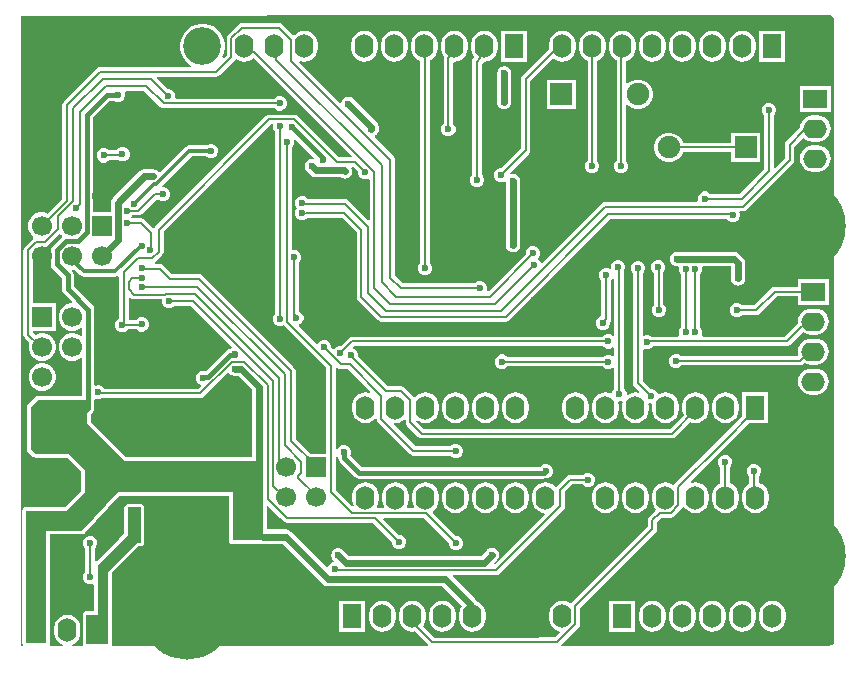
<source format=gbl>
G04*
G04 #@! TF.GenerationSoftware,Altium Limited,Altium Designer,23.2.1 (34)*
G04*
G04 Layer_Physical_Order=2*
G04 Layer_Color=16711680*
%FSLAX44Y44*%
%MOMM*%
G71*
G04*
G04 #@! TF.SameCoordinates,4F847AC2-02D0-4AD0-BDAF-0AB3E8A313E0*
G04*
G04*
G04 #@! TF.FilePolarity,Positive*
G04*
G01*
G75*
%ADD11C,0.2000*%
%ADD12C,0.3000*%
%ADD14C,0.4000*%
%ADD58C,1.9000*%
%ADD59R,1.9000X1.9000*%
%ADD71C,0.6000*%
%ADD73C,1.7000*%
%ADD74R,1.7000X1.7000*%
%ADD75R,1.7000X1.7000*%
%ADD76C,4.0000*%
%ADD77O,1.6000X2.0000*%
%ADD78R,1.6000X2.0000*%
%ADD79O,2.0000X1.6000*%
%ADD80R,2.0000X1.6000*%
%ADD81C,3.2000*%
%ADD82C,7.4000*%
G04:AMPARAMS|DCode=83|XSize=2mm|YSize=1.2mm|CornerRadius=0.36mm|HoleSize=0mm|Usage=FLASHONLY|Rotation=0.000|XOffset=0mm|YOffset=0mm|HoleType=Round|Shape=RoundedRectangle|*
%AMROUNDEDRECTD83*
21,1,2.0000,0.4800,0,0,0.0*
21,1,1.2800,1.2000,0,0,0.0*
1,1,0.7200,0.6400,-0.2400*
1,1,0.7200,-0.6400,-0.2400*
1,1,0.7200,-0.6400,0.2400*
1,1,0.7200,0.6400,0.2400*
%
%ADD83ROUNDEDRECTD83*%
%ADD84C,0.6000*%
G36*
X687000Y532000D02*
Y1652D01*
X685730Y1270D01*
X685000Y2000D01*
X683000Y0D01*
X456920D01*
X456394Y1270D01*
X471084Y15960D01*
X471968Y17283D01*
X472278Y18844D01*
X472278Y18844D01*
Y32511D01*
X536334Y96566D01*
X537218Y97889D01*
X537528Y99450D01*
X537528Y99450D01*
Y104729D01*
X541451Y108652D01*
X549006D01*
X549006Y108652D01*
X550567Y108962D01*
X551890Y109846D01*
X558334Y116290D01*
X559190Y117572D01*
X559324Y117637D01*
X560102Y117815D01*
X560547Y117785D01*
X562005Y115885D01*
X564302Y114122D01*
X566978Y113013D01*
X569850Y112635D01*
X572722Y113013D01*
X575397Y114122D01*
X577695Y115885D01*
X579459Y118182D01*
X580567Y120858D01*
X580945Y123730D01*
Y127730D01*
X580567Y130602D01*
X579459Y133278D01*
X577695Y135575D01*
X575397Y137338D01*
X572722Y138447D01*
X569850Y138825D01*
X566978Y138447D01*
X566555Y138272D01*
X565836Y139348D01*
X595854Y169366D01*
X595854Y169366D01*
X615418Y188930D01*
X631650D01*
Y214930D01*
X609650D01*
Y194698D01*
X590086Y175134D01*
X552566Y137614D01*
X552281Y137187D01*
X550602Y136875D01*
X549997Y137338D01*
X547322Y138447D01*
X544450Y138825D01*
X541578Y138447D01*
X538903Y137338D01*
X536605Y135575D01*
X534841Y133278D01*
X533733Y130602D01*
X533355Y127730D01*
Y123730D01*
X533733Y120858D01*
X534841Y118182D01*
X536093Y116551D01*
X536605Y115885D01*
X536007Y114743D01*
X530566Y109302D01*
X529682Y107979D01*
X529372Y106418D01*
X529372Y106418D01*
Y101139D01*
X465316Y37084D01*
X465119Y36789D01*
X463402Y36506D01*
X462747Y37009D01*
X460072Y38117D01*
X457200Y38495D01*
X454328Y38117D01*
X451652Y37009D01*
X449355Y35245D01*
X447592Y32947D01*
X446483Y30272D01*
X446105Y27400D01*
Y23400D01*
X446483Y20528D01*
X447592Y17852D01*
X449355Y15555D01*
X451652Y13792D01*
X454328Y12683D01*
X454622Y12644D01*
X455031Y11442D01*
X451052Y7463D01*
X437385D01*
X437385Y7463D01*
X436707Y7328D01*
X348861D01*
X339170Y17020D01*
X339809Y17852D01*
X340917Y20528D01*
X341295Y23400D01*
Y27400D01*
X340917Y30272D01*
X339809Y32947D01*
X338045Y35245D01*
X335747Y37009D01*
X333072Y38117D01*
X330200Y38495D01*
X327328Y38117D01*
X324652Y37009D01*
X322355Y35245D01*
X320592Y32947D01*
X319483Y30272D01*
X319105Y27400D01*
Y23400D01*
X319483Y20528D01*
X320592Y17852D01*
X322355Y15555D01*
X324652Y13792D01*
X327328Y12683D01*
X330200Y12305D01*
X332099Y12555D01*
X343384Y1270D01*
X342858Y0D01*
X76198D01*
X75697Y564D01*
X75553Y774D01*
X75437Y1062D01*
X75409Y1270D01*
X75461Y1661D01*
X75559Y2152D01*
Y61733D01*
X98267Y84441D01*
X100250D01*
X101421Y84674D01*
X102413Y85337D01*
X103076Y86330D01*
X103309Y87500D01*
Y117716D01*
X103076Y118887D01*
X102413Y119879D01*
X101421Y120542D01*
X100250Y120775D01*
X89500D01*
X88329Y120542D01*
X87337Y119879D01*
X86674Y118887D01*
X86441Y117716D01*
X86441Y95517D01*
X81761Y90836D01*
X81760Y90836D01*
X62848Y71924D01*
X61578Y72450D01*
Y83093D01*
X62586Y84101D01*
X63500Y86306D01*
Y88694D01*
X62586Y90899D01*
X60899Y92587D01*
X58693Y93500D01*
X56307D01*
X54101Y92587D01*
X52413Y90899D01*
X51500Y88694D01*
Y86306D01*
X52413Y84101D01*
X53422Y83093D01*
Y62907D01*
X52413Y61899D01*
X51500Y59693D01*
Y57307D01*
X52413Y55101D01*
X54101Y53414D01*
X56307Y52500D01*
X58693D01*
X59671Y52905D01*
X60941Y52056D01*
Y29809D01*
X54103D01*
X52933Y29576D01*
X51941Y28913D01*
X51278Y27920D01*
X51174Y27671D01*
X50941Y26500D01*
Y2000D01*
X51086Y1270D01*
X50317Y0D01*
X42299D01*
X42047Y1270D01*
X43547Y1892D01*
X45845Y3655D01*
X47608Y5953D01*
X48717Y8628D01*
X49095Y11500D01*
Y15500D01*
X48717Y18372D01*
X47608Y21047D01*
X45845Y23345D01*
X43547Y25108D01*
X40872Y26217D01*
X38000Y26595D01*
X35128Y26217D01*
X32453Y25108D01*
X30155Y23345D01*
X28391Y21047D01*
X27283Y18372D01*
X26905Y15500D01*
Y11500D01*
X27283Y8628D01*
X28391Y5953D01*
X30155Y3655D01*
X32453Y1892D01*
X33953Y1270D01*
X33700Y0D01*
X24663D01*
X23600Y500D01*
Y26500D01*
X23059D01*
Y94691D01*
X50516D01*
X50578Y94704D01*
X50640Y94694D01*
X51161Y94819D01*
X51687Y94924D01*
X51739Y94959D01*
X51800Y94974D01*
X52233Y95289D01*
X52679Y95587D01*
X52714Y95639D01*
X52765Y95676D01*
X82060Y127441D01*
X174941D01*
X174941Y89750D01*
X175174Y88580D01*
X175837Y87587D01*
X176829Y86924D01*
X178000Y86691D01*
X203566Y86691D01*
X203861Y86632D01*
X220466D01*
X254424Y52674D01*
X256409Y51348D01*
X258750Y50882D01*
X355466D01*
X372264Y34084D01*
X371391Y32947D01*
X370283Y30272D01*
X369905Y27400D01*
Y23400D01*
X370283Y20528D01*
X371391Y17852D01*
X373155Y15555D01*
X375452Y13792D01*
X378128Y12683D01*
X381000Y12305D01*
X383872Y12683D01*
X386548Y13792D01*
X388845Y15555D01*
X390608Y17852D01*
X391717Y20528D01*
X392095Y23400D01*
Y27400D01*
X391717Y30272D01*
X390608Y32947D01*
X388845Y35245D01*
X386548Y37009D01*
X384846Y37713D01*
X384739Y38254D01*
X383412Y40239D01*
X364456Y59195D01*
X364943Y60368D01*
X401244D01*
X401244Y60368D01*
X402805Y60679D01*
X404128Y61563D01*
X458234Y115668D01*
X458234Y115668D01*
X459118Y116992D01*
X459428Y118552D01*
X459428Y118553D01*
Y130818D01*
X465532Y136922D01*
X474343D01*
X475351Y135913D01*
X477556Y135000D01*
X479944D01*
X482149Y135913D01*
X483837Y137601D01*
X484750Y139806D01*
Y142193D01*
X483837Y144399D01*
X482149Y146087D01*
X479944Y147000D01*
X477556D01*
X475351Y146087D01*
X474343Y145078D01*
X463843D01*
X463842Y145078D01*
X462282Y144768D01*
X460959Y143884D01*
X460958Y143884D01*
X452466Y135392D01*
X452313Y135163D01*
X451044Y135121D01*
X450695Y135575D01*
X448397Y137338D01*
X445722Y138447D01*
X442850Y138825D01*
X439978Y138447D01*
X437303Y137338D01*
X435005Y135575D01*
X433242Y133278D01*
X432133Y130602D01*
X431755Y127730D01*
Y123730D01*
X432133Y120858D01*
X433242Y118182D01*
X435005Y115885D01*
X437303Y114122D01*
X439978Y113013D01*
X441983Y112749D01*
X442438Y111408D01*
X400195Y69165D01*
X399918Y69220D01*
X399500Y70599D01*
X401826Y72924D01*
X402160Y73425D01*
X402587Y73851D01*
X402817Y74408D01*
X403152Y74909D01*
X403269Y75500D01*
X403500Y76056D01*
Y76659D01*
X403618Y77250D01*
X403500Y77841D01*
Y78443D01*
X403269Y79000D01*
X403152Y79591D01*
X402817Y80092D01*
X402587Y80649D01*
X402160Y81075D01*
X401826Y81576D01*
X401325Y81910D01*
X400899Y82337D01*
X400342Y82567D01*
X399841Y82902D01*
X399250Y83019D01*
X398694Y83250D01*
X398091D01*
X397500Y83368D01*
X396909Y83250D01*
X396306D01*
X395750Y83019D01*
X395159Y82902D01*
X394658Y82567D01*
X394101Y82337D01*
X393675Y81910D01*
X393174Y81576D01*
X388163Y76564D01*
X276587D01*
X271826Y81326D01*
X271325Y81660D01*
X270899Y82087D01*
X270342Y82317D01*
X269841Y82652D01*
X269250Y82769D01*
X268694Y83000D01*
X268091D01*
X267500Y83118D01*
X266909Y83000D01*
X266306D01*
X265750Y82769D01*
X265159Y82652D01*
X264658Y82317D01*
X264101Y82087D01*
X263675Y81660D01*
X263174Y81326D01*
X262840Y80825D01*
X262413Y80399D01*
X262183Y79842D01*
X261848Y79341D01*
X261731Y78750D01*
X261500Y78193D01*
Y77591D01*
X261383Y77000D01*
X261500Y76409D01*
Y75806D01*
X261731Y75250D01*
X261848Y74659D01*
X262183Y74158D01*
X262413Y73601D01*
X262840Y73175D01*
X263174Y72674D01*
X263675Y72173D01*
X263200Y70852D01*
X261351Y70086D01*
X259663Y68399D01*
X259117Y67080D01*
X257619Y66782D01*
X227326Y97076D01*
X225341Y98402D01*
X223000Y98868D01*
X206809D01*
Y118514D01*
X207982Y119000D01*
X218331Y108652D01*
X221136Y105846D01*
X221136Y105846D01*
X222459Y104962D01*
X224020Y104652D01*
X224020Y104652D01*
X296974D01*
X313072Y88554D01*
Y87128D01*
X313985Y84923D01*
X315673Y83235D01*
X317878Y82322D01*
X320265D01*
X322470Y83235D01*
X324158Y84923D01*
X325072Y87128D01*
Y89515D01*
X324158Y91720D01*
X322470Y93408D01*
X320265Y94322D01*
X318839D01*
X305683Y107478D01*
X306169Y108652D01*
X340081D01*
X361250Y87482D01*
Y86056D01*
X362163Y83851D01*
X363851Y82163D01*
X366057Y81250D01*
X368443D01*
X370649Y82163D01*
X372337Y83851D01*
X373250Y86056D01*
Y88443D01*
X372337Y90649D01*
X370649Y92337D01*
X368443Y93250D01*
X367018D01*
X347242Y113026D01*
X347445Y114619D01*
X349095Y115885D01*
X350858Y118182D01*
X351967Y120858D01*
X352345Y123730D01*
Y127730D01*
X351967Y130602D01*
X350858Y133278D01*
X349095Y135575D01*
X346797Y137338D01*
X344122Y138447D01*
X341250Y138825D01*
X338378Y138447D01*
X335703Y137338D01*
X333405Y135575D01*
X331642Y133278D01*
X330533Y130602D01*
X330155Y127730D01*
Y123730D01*
X330533Y120858D01*
X331642Y118182D01*
X331822Y117947D01*
X331260Y116808D01*
X325840D01*
X325278Y117947D01*
X325458Y118182D01*
X326567Y120858D01*
X326945Y123730D01*
Y127730D01*
X326567Y130602D01*
X325458Y133278D01*
X323695Y135575D01*
X321398Y137338D01*
X318722Y138447D01*
X315850Y138825D01*
X312978Y138447D01*
X310303Y137338D01*
X308005Y135575D01*
X306241Y133278D01*
X305133Y130602D01*
X304755Y127730D01*
Y123730D01*
X305133Y120858D01*
X306241Y118182D01*
X306422Y117947D01*
X305860Y116808D01*
X300440D01*
X299878Y117947D01*
X300058Y118182D01*
X301167Y120858D01*
X301545Y123730D01*
Y127730D01*
X301167Y130602D01*
X300058Y133278D01*
X298295Y135575D01*
X295998Y137338D01*
X293322Y138447D01*
X290450Y138825D01*
X287578Y138447D01*
X284902Y137338D01*
X282605Y135575D01*
X280842Y133278D01*
X279733Y130602D01*
X279355Y127730D01*
Y123730D01*
X279733Y120858D01*
X280460Y119104D01*
X279383Y118385D01*
X265478Y132289D01*
Y159934D01*
X266748Y160470D01*
X267285Y159947D01*
Y159718D01*
X267673Y157767D01*
X268778Y156113D01*
X281496Y143395D01*
X283150Y142290D01*
X285100Y141902D01*
X441459D01*
X441951Y142000D01*
X444193D01*
X446399Y142914D01*
X448087Y144601D01*
X449000Y146806D01*
Y149193D01*
X448087Y151399D01*
X446399Y153087D01*
X444193Y154000D01*
X441806D01*
X439601Y153087D01*
X438613Y152098D01*
X287212D01*
X277562Y161748D01*
X278000Y162806D01*
Y165194D01*
X277087Y167399D01*
X275399Y169087D01*
X273193Y170000D01*
X270807D01*
X268601Y169087D01*
X266913Y167399D01*
X266748Y167000D01*
X265478Y167253D01*
Y235595D01*
X266652Y236081D01*
X267116Y235616D01*
X267116Y235616D01*
X268439Y234732D01*
X270000Y234422D01*
X275561D01*
X294413Y215569D01*
X293693Y214493D01*
X293322Y214647D01*
X290450Y215025D01*
X287578Y214647D01*
X284902Y213538D01*
X282605Y211775D01*
X280842Y209478D01*
X279733Y206802D01*
X279355Y203930D01*
Y199930D01*
X279733Y197058D01*
X280842Y194382D01*
X282605Y192085D01*
X284902Y190322D01*
X287578Y189213D01*
X290450Y188835D01*
X293322Y189213D01*
X295998Y190322D01*
X298295Y192085D01*
X298567Y192439D01*
X298676Y192436D01*
X299847Y192021D01*
X300082Y190839D01*
X300966Y189516D01*
X328116Y162366D01*
X329439Y161482D01*
X331000Y161172D01*
X331000Y161172D01*
X362343D01*
X363351Y160163D01*
X365556Y159250D01*
X367943D01*
X370149Y160163D01*
X371837Y161851D01*
X372750Y164056D01*
Y166444D01*
X371837Y168649D01*
X370149Y170337D01*
X367943Y171250D01*
X365556D01*
X363351Y170337D01*
X362343Y169328D01*
X332689D01*
X314253Y187764D01*
X314847Y188967D01*
X315850Y188835D01*
X318722Y189213D01*
X321398Y190322D01*
X323202Y191706D01*
X324472Y191083D01*
Y189450D01*
X324472Y189450D01*
X324782Y187889D01*
X325666Y186566D01*
X335116Y177116D01*
X336439Y176232D01*
X338000Y175922D01*
X338000Y175922D01*
X549920D01*
X549920Y175922D01*
X551481Y176232D01*
X552804Y177116D01*
X565509Y189822D01*
X566978Y189213D01*
X569850Y188835D01*
X572722Y189213D01*
X575397Y190322D01*
X577695Y192085D01*
X579459Y194382D01*
X580567Y197058D01*
X580945Y199930D01*
Y203930D01*
X580567Y206802D01*
X579459Y209478D01*
X577695Y211775D01*
X575397Y213538D01*
X572722Y214647D01*
X569850Y215025D01*
X566978Y214647D01*
X564302Y213538D01*
X562005Y211775D01*
X560242Y209478D01*
X559133Y206802D01*
X558755Y203930D01*
Y199930D01*
X559133Y197058D01*
X559742Y195589D01*
X548231Y184078D01*
X339689D01*
X333448Y190319D01*
X333481Y190425D01*
X334954Y190896D01*
X335703Y190322D01*
X338378Y189213D01*
X341250Y188835D01*
X344122Y189213D01*
X346797Y190322D01*
X349095Y192085D01*
X350858Y194382D01*
X351967Y197058D01*
X352345Y199930D01*
Y203930D01*
X351967Y206802D01*
X350858Y209478D01*
X349095Y211775D01*
X346797Y213538D01*
X344122Y214647D01*
X341250Y215025D01*
X338378Y214647D01*
X335703Y213538D01*
X333405Y211775D01*
X332768Y210946D01*
X331738Y210979D01*
X331343Y211175D01*
X323704Y218814D01*
X322381Y219698D01*
X320821Y220008D01*
X320820Y220008D01*
X309759D01*
X283967Y245801D01*
Y247444D01*
X283053Y249649D01*
X281366Y251337D01*
X280292Y251781D01*
X280044Y253027D01*
X280939Y253922D01*
X491593D01*
X492601Y252913D01*
X494807Y252000D01*
X497193D01*
X499399Y252913D01*
X499748Y253263D01*
X500922Y252777D01*
Y245973D01*
X499748Y245487D01*
X499399Y245837D01*
X497193Y246750D01*
X494807D01*
X492601Y245837D01*
X491718Y244953D01*
X410782D01*
X409649Y246087D01*
X407444Y247000D01*
X405056D01*
X402851Y246087D01*
X401163Y244399D01*
X400250Y242194D01*
Y239806D01*
X401163Y237601D01*
X402851Y235913D01*
X405056Y235000D01*
X407444D01*
X409649Y235913D01*
X410532Y236797D01*
X491468D01*
X492601Y235663D01*
X494807Y234750D01*
X497193D01*
X499399Y235663D01*
X499748Y236013D01*
X500922Y235527D01*
Y217407D01*
X500414Y216899D01*
X499533Y214774D01*
X499473Y214678D01*
X498230Y213939D01*
X496522Y214647D01*
X493650Y215025D01*
X490778Y214647D01*
X488102Y213538D01*
X485805Y211775D01*
X484041Y209478D01*
X482933Y206802D01*
X482555Y203930D01*
Y199930D01*
X482933Y197058D01*
X484041Y194382D01*
X485805Y192085D01*
X488102Y190322D01*
X490778Y189213D01*
X493650Y188835D01*
X496522Y189213D01*
X499198Y190322D01*
X501495Y192085D01*
X503259Y194382D01*
X504367Y197058D01*
X504745Y199930D01*
Y203930D01*
X504442Y206230D01*
X505212Y207345D01*
X505452Y207500D01*
X506693D01*
X507363Y207777D01*
X508335Y206805D01*
X508333Y206802D01*
X507955Y203930D01*
Y199930D01*
X508333Y197058D01*
X509441Y194382D01*
X511205Y192085D01*
X513503Y190322D01*
X516178Y189213D01*
X519050Y188835D01*
X521922Y189213D01*
X524598Y190322D01*
X526895Y192085D01*
X528658Y194382D01*
X529767Y197058D01*
X530145Y199930D01*
Y203930D01*
X530001Y205022D01*
X531153Y206000D01*
X532347D01*
X533482Y204891D01*
X533355Y203930D01*
Y199930D01*
X533733Y197058D01*
X534841Y194382D01*
X536605Y192085D01*
X538903Y190322D01*
X541578Y189213D01*
X544450Y188835D01*
X547322Y189213D01*
X549997Y190322D01*
X552295Y192085D01*
X554058Y194382D01*
X555167Y197058D01*
X555545Y199930D01*
Y203930D01*
X555167Y206802D01*
X554058Y209478D01*
X552295Y211775D01*
X549997Y213538D01*
X547322Y214647D01*
X544450Y215025D01*
X541578Y214647D01*
X539073Y213609D01*
X538729Y213608D01*
X537530Y214086D01*
X536986Y215399D01*
X535298Y217087D01*
X533093Y218000D01*
X531667D01*
X525078Y224589D01*
Y251152D01*
X526348Y252000D01*
X527556Y251500D01*
X529944D01*
X532149Y252413D01*
X533657Y253922D01*
X647000D01*
X647000Y253922D01*
X648561Y254232D01*
X649884Y255116D01*
X660933Y266166D01*
X662203Y265191D01*
X664878Y264083D01*
X667750Y263705D01*
X671750D01*
X674622Y264083D01*
X677298Y265191D01*
X679595Y266955D01*
X681358Y269252D01*
X682467Y271928D01*
X682845Y274800D01*
X682467Y277672D01*
X681358Y280347D01*
X679595Y282645D01*
X677298Y284408D01*
X674622Y285517D01*
X671750Y285895D01*
X667750D01*
X664878Y285517D01*
X662203Y284408D01*
X659905Y282645D01*
X658141Y280347D01*
X657033Y277672D01*
X656655Y274800D01*
X656815Y273583D01*
X645311Y262078D01*
X576098D01*
X575250Y263348D01*
X575750Y264557D01*
Y266943D01*
X574837Y269149D01*
X573828Y270157D01*
Y314843D01*
X574837Y315851D01*
X575750Y318057D01*
Y320443D01*
X575695Y320577D01*
X576400Y321632D01*
X599882D01*
Y311380D01*
X600000Y310789D01*
Y310187D01*
X600230Y309630D01*
X600348Y309039D01*
X600683Y308538D01*
X600913Y307981D01*
X601339Y307555D01*
X601674Y307054D01*
X602175Y306720D01*
X602601Y306294D01*
X603158Y306063D01*
X603659Y305728D01*
X604250Y305611D01*
X604807Y305380D01*
X605409D01*
X606000Y305263D01*
X606591Y305380D01*
X607193D01*
X607750Y305611D01*
X608341Y305728D01*
X608842Y306063D01*
X609399Y306294D01*
X609825Y306720D01*
X610326Y307054D01*
X610660Y307555D01*
X611087Y307981D01*
X611317Y308538D01*
X611652Y309039D01*
X611769Y309630D01*
X612000Y310187D01*
Y310789D01*
X612118Y311380D01*
Y324235D01*
X611652Y326576D01*
X610326Y328561D01*
X606811Y332076D01*
X604826Y333402D01*
X602485Y333867D01*
X554250D01*
X553659Y333750D01*
X553057D01*
X552500Y333519D01*
X551909Y333402D01*
X551408Y333067D01*
X550851Y332836D01*
X550425Y332411D01*
X549924Y332076D01*
X549590Y331575D01*
X549164Y331149D01*
X548933Y330592D01*
X548598Y330091D01*
X548481Y329500D01*
X548250Y328943D01*
Y328341D01*
X548133Y327750D01*
X548250Y327159D01*
Y326557D01*
X548481Y326000D01*
X548598Y325409D01*
X548933Y324908D01*
X549164Y324351D01*
X549590Y323925D01*
X549924Y323424D01*
X550425Y323089D01*
X550851Y322663D01*
X551408Y322433D01*
X551909Y322098D01*
X552500Y321981D01*
X553057Y321750D01*
X553659D01*
X554250Y321632D01*
X555099D01*
X555805Y320577D01*
X555750Y320443D01*
Y318057D01*
X556664Y315851D01*
X557672Y314843D01*
Y270157D01*
X556664Y269149D01*
X555750Y266943D01*
Y264557D01*
X556250Y263348D01*
X555402Y262078D01*
X532657D01*
X532149Y262586D01*
X529944Y263500D01*
X527556D01*
X526348Y263000D01*
X525078Y263848D01*
Y315593D01*
X526337Y316851D01*
X527250Y319056D01*
Y321443D01*
X526337Y323649D01*
X524649Y325337D01*
X522444Y326250D01*
X520056D01*
X517851Y325337D01*
X516163Y323649D01*
X515250Y321443D01*
Y319056D01*
X516163Y316851D01*
X516922Y316093D01*
Y222900D01*
X516922Y222899D01*
X517232Y221339D01*
X518116Y220016D01*
X522415Y215717D01*
X521654Y214682D01*
X519050Y215025D01*
X516178Y214647D01*
X513503Y213538D01*
X512770Y212976D01*
X511500Y213603D01*
Y214694D01*
X510587Y216899D01*
X509078Y218407D01*
Y317343D01*
X509337Y317601D01*
X510250Y319806D01*
Y322193D01*
X509337Y324399D01*
X507649Y326087D01*
X505443Y327000D01*
X503056D01*
X500851Y326087D01*
X499163Y324399D01*
X498250Y322193D01*
Y320145D01*
X497447Y319476D01*
X497077Y319324D01*
X495443Y320000D01*
X493056D01*
X490851Y319087D01*
X489163Y317399D01*
X488250Y315194D01*
Y312806D01*
X489163Y310601D01*
X490172Y309593D01*
Y279819D01*
X488403Y279086D01*
X486716Y277399D01*
X485802Y275193D01*
Y272806D01*
X486716Y270601D01*
X488403Y268913D01*
X490609Y268000D01*
X492996D01*
X495201Y268913D01*
X496889Y270601D01*
X497802Y272806D01*
Y274835D01*
X498018Y275158D01*
X498328Y276719D01*
Y309593D01*
X499337Y310601D01*
X499652Y311362D01*
X500922Y311109D01*
Y263223D01*
X499748Y262737D01*
X499399Y263086D01*
X497193Y264000D01*
X494807D01*
X492601Y263086D01*
X491593Y262078D01*
X279250D01*
X277689Y261768D01*
X276366Y260884D01*
X276366Y260884D01*
X269350Y253868D01*
X267924D01*
X265719Y252954D01*
X264414Y251649D01*
X262831Y251436D01*
D01*
X261500Y252768D01*
D01*
Y254193D01*
X260587Y256399D01*
X258899Y258087D01*
X256693Y259000D01*
X254307D01*
X252101Y258087D01*
X250413Y256399D01*
X250223Y255938D01*
X248977Y255690D01*
X233793Y270874D01*
X234091Y272372D01*
X235399Y272913D01*
X237087Y274601D01*
X238000Y276807D01*
Y279193D01*
X237087Y281399D01*
X235399Y283087D01*
X234078Y283633D01*
Y324593D01*
X235336Y325851D01*
X236250Y328056D01*
Y330443D01*
X235336Y332649D01*
X233649Y334337D01*
X231444Y335250D01*
X229056D01*
X228328Y335737D01*
Y422343D01*
X229336Y423351D01*
X230250Y425556D01*
Y427943D01*
X229860Y428884D01*
X230937Y429603D01*
X247000Y413541D01*
X246280Y412464D01*
X246194Y412500D01*
X245591D01*
X245000Y412617D01*
X244409Y412500D01*
X243806D01*
X243250Y412269D01*
X242659Y412152D01*
X242158Y411817D01*
X241601Y411587D01*
X241175Y411161D01*
X240674Y410826D01*
X240340Y410325D01*
X239913Y409899D01*
X239683Y409342D01*
X239348Y408841D01*
X239231Y408250D01*
X239000Y407693D01*
Y407091D01*
X238883Y406500D01*
X239000Y405909D01*
Y405307D01*
X239231Y404750D01*
X239348Y404159D01*
X239683Y403658D01*
X239913Y403101D01*
X240340Y402675D01*
X240674Y402174D01*
X244147Y398702D01*
X246132Y397375D01*
X248473Y396910D01*
X269610D01*
X270158Y396683D01*
X270659Y396348D01*
X271250Y396231D01*
X271807Y396000D01*
X272409D01*
X273000Y395882D01*
X273591Y396000D01*
X274193D01*
X274750Y396231D01*
X275341Y396348D01*
X275842Y396683D01*
X276399Y396913D01*
X276825Y397340D01*
D01*
X277326Y397674D01*
X277661Y398175D01*
X278086Y398601D01*
X278317Y399158D01*
X278652Y399659D01*
X278769Y400250D01*
X279000Y400807D01*
Y401409D01*
X279118Y402000D01*
X279000Y402591D01*
Y403194D01*
X278769Y403750D01*
X278652Y404341D01*
X278475Y404605D01*
X279045Y405661D01*
X280384Y405702D01*
D01*
X284000Y402086D01*
Y400148D01*
X284913Y397943D01*
X286601Y396255D01*
X288806Y395341D01*
X291193D01*
X292652Y395945D01*
X293922Y395118D01*
Y361005D01*
X292748Y360519D01*
X275884Y377384D01*
X274561Y378268D01*
X273000Y378578D01*
X273000Y378578D01*
X241907D01*
X240399Y380087D01*
X238193Y381000D01*
X235807D01*
X233601Y380087D01*
X231914Y378399D01*
X231000Y376194D01*
Y373806D01*
X231914Y371601D01*
X232515Y371000D01*
X231914Y370399D01*
X231000Y368194D01*
Y365807D01*
X231914Y363601D01*
X233601Y361913D01*
X235807Y361000D01*
X238193D01*
X240399Y361913D01*
X240907Y362422D01*
X270811D01*
X282922Y350311D01*
D01*
Y295750D01*
X282922Y295750D01*
X283232Y294189D01*
X284116Y292866D01*
X301116Y275866D01*
X301116Y275866D01*
X302439Y274982D01*
X304000Y274672D01*
X304000Y274672D01*
X409250D01*
X409250Y274672D01*
X410811Y274982D01*
X412134Y275866D01*
X497689Y361422D01*
X596593D01*
X597851Y360163D01*
X600056Y359250D01*
X602444D01*
X604649Y360163D01*
X606337Y361851D01*
X607250Y364057D01*
Y366443D01*
X606972Y367116D01*
X607677Y368172D01*
X610000D01*
X610000Y368172D01*
X611561Y368482D01*
X612884Y369366D01*
X652384Y408866D01*
X653268Y410189D01*
X653578Y411750D01*
X653578Y411750D01*
Y423061D01*
X660952Y430434D01*
X661405Y430405D01*
X663702Y428642D01*
X666378Y427533D01*
X669250Y427155D01*
X673250D01*
X676122Y427533D01*
X678798Y428642D01*
X681095Y430405D01*
X682859Y432703D01*
X683967Y435378D01*
X684345Y438250D01*
X683967Y441122D01*
X682859Y443797D01*
X681095Y446095D01*
X678798Y447859D01*
X676122Y448967D01*
X673250Y449345D01*
X669250D01*
X666378Y448967D01*
X663702Y447859D01*
X661405Y446095D01*
X659641Y443797D01*
X658533Y441122D01*
X658272Y439140D01*
X657820Y438838D01*
X657820Y438838D01*
X646616Y427634D01*
X645732Y426311D01*
X645422Y424750D01*
X645422Y424750D01*
Y413439D01*
X637252Y405269D01*
X636078Y405755D01*
Y449593D01*
X637087Y450601D01*
X638000Y452807D01*
Y455193D01*
X637087Y457399D01*
X635399Y459087D01*
X633194Y460000D01*
X630807D01*
X628601Y459087D01*
X626913Y457399D01*
X626000Y455193D01*
Y452807D01*
X626913Y450601D01*
X627922Y449593D01*
Y403689D01*
X607311Y383078D01*
X582407D01*
X581399Y384087D01*
X579193Y385000D01*
X576806D01*
X574601Y384087D01*
X572914Y382399D01*
X572000Y380193D01*
Y377807D01*
X572175Y377384D01*
X571469Y376328D01*
X493250D01*
X493250Y376328D01*
X491689Y376018D01*
X490366Y375134D01*
X490366Y375134D01*
X440023Y324791D01*
X438525Y325089D01*
X438087Y326149D01*
X436399Y327836D01*
X436303Y328318D01*
X437087Y329101D01*
X438000Y331306D01*
Y333694D01*
X437087Y335899D01*
X435399Y337587D01*
X433194Y338500D01*
X430807D01*
X428601Y337587D01*
X426913Y335899D01*
X426000Y333694D01*
Y332268D01*
X394646Y300914D01*
X394270Y300951D01*
X393250Y301807D01*
Y304193D01*
X392337Y306399D01*
X390649Y308087D01*
X388443Y309000D01*
X386057D01*
X383851Y308087D01*
X382843Y307078D01*
X321939D01*
X315578Y313439D01*
Y313579D01*
Y411642D01*
X315268Y413203D01*
X314384Y414526D01*
X314384Y414526D01*
X298220Y430690D01*
X298194Y430769D01*
X298312Y431896D01*
X298470Y432236D01*
X298899Y432413D01*
X299325Y432840D01*
X299826Y433174D01*
X300161Y433675D01*
X300586Y434101D01*
X300817Y434658D01*
X301152Y435159D01*
X301269Y435750D01*
D01*
X301500Y436306D01*
Y436909D01*
D01*
X301618Y437500D01*
Y439750D01*
X301152Y442091D01*
X299826Y444076D01*
X280326Y463576D01*
X279825Y463910D01*
X279399Y464337D01*
X278842Y464567D01*
X278341Y464902D01*
X277750Y465019D01*
X277194Y465250D01*
X276591D01*
X276000Y465368D01*
X275409Y465250D01*
X274806D01*
X274250Y465019D01*
X273659Y464902D01*
X273158Y464567D01*
X272601Y464337D01*
X272175Y463910D01*
X271674Y463576D01*
X271339Y463075D01*
X270914Y462649D01*
X270683Y462092D01*
X270348Y461591D01*
X270231Y461000D01*
D01*
X270077Y460629D01*
X269337Y460306D01*
X268730Y460180D01*
X234374Y494536D01*
X235093Y495612D01*
X235888Y495283D01*
X238760Y494905D01*
X241632Y495283D01*
X244307Y496391D01*
X246605Y498155D01*
X248368Y500452D01*
X249477Y503128D01*
X249855Y506000D01*
Y510000D01*
X249477Y512872D01*
X248368Y515547D01*
X246605Y517845D01*
X244307Y519608D01*
X241632Y520717D01*
X238760Y521095D01*
X235888Y520717D01*
X233213Y519608D01*
X230915Y517845D01*
X230636Y517482D01*
X229369Y517399D01*
X220134Y526634D01*
X218811Y527518D01*
X217250Y527828D01*
X217250Y527828D01*
X186154D01*
X186154Y527828D01*
X184593Y527518D01*
X183270Y526634D01*
X174076Y517440D01*
X173192Y516117D01*
X172882Y514556D01*
X172882Y514556D01*
Y500899D01*
X170298Y498315D01*
X169238Y499000D01*
X170670Y502458D01*
X171400Y506129D01*
Y509871D01*
X170670Y513542D01*
X169238Y517000D01*
X167158Y520112D01*
X164512Y522758D01*
X161400Y524838D01*
X157942Y526270D01*
X154271Y527000D01*
X150529D01*
X146858Y526270D01*
X143400Y524838D01*
X140288Y522758D01*
X137642Y520112D01*
X135562Y517000D01*
X134130Y513542D01*
X133400Y509871D01*
Y506129D01*
X134130Y502458D01*
X135562Y499000D01*
X137642Y495888D01*
X140288Y493242D01*
X142748Y491598D01*
X142362Y490328D01*
X66000D01*
X64439Y490018D01*
X63116Y489134D01*
X63116Y489134D01*
X34866Y460884D01*
X33982Y459561D01*
X33672Y458000D01*
X33672Y458000D01*
Y378839D01*
X21112Y366280D01*
X20789Y366466D01*
X17864Y367250D01*
X14836D01*
X11911Y366466D01*
X9289Y364952D01*
X7148Y362811D01*
X5634Y360189D01*
X4850Y357264D01*
Y354236D01*
X5634Y351311D01*
X7148Y348689D01*
X9226Y346611D01*
X9288Y346509D01*
X9253Y345102D01*
X8703Y344734D01*
X8703Y344734D01*
X1966Y337997D01*
X1082Y336674D01*
X772Y335113D01*
X772Y335113D01*
Y263857D01*
X772Y263857D01*
X1082Y262296D01*
X1966Y260973D01*
X5847Y257092D01*
X5250Y254864D01*
Y251836D01*
X6034Y248911D01*
X7548Y246289D01*
X9689Y244148D01*
X12311Y242634D01*
X15236Y241850D01*
X18264D01*
X21189Y242634D01*
X23811Y244148D01*
X25952Y246289D01*
X27466Y248911D01*
X28250Y251836D01*
Y254864D01*
X27466Y257789D01*
X25952Y260411D01*
X23811Y262552D01*
X21189Y264066D01*
X18264Y264850D01*
X15236D01*
X12311Y264066D01*
X11105Y263370D01*
X8928Y265546D01*
Y267250D01*
X28250D01*
Y290250D01*
X8928D01*
Y333424D01*
X13276Y337772D01*
X18713D01*
X18714Y337772D01*
X20274Y338082D01*
X21597Y338966D01*
X31290Y348659D01*
X32832Y348405D01*
X33458Y347778D01*
X33368Y346855D01*
X25645Y339132D01*
X24540Y337479D01*
X24152Y335528D01*
Y323250D01*
X24540Y321299D01*
X25645Y319645D01*
X33402Y311888D01*
Y302250D01*
X33790Y300299D01*
X34895Y298645D01*
X42117Y291423D01*
X41631Y290250D01*
X40636D01*
X37711Y289466D01*
X35089Y287952D01*
X32948Y285811D01*
X31434Y283189D01*
X30650Y280264D01*
Y277236D01*
X31434Y274311D01*
X32948Y271689D01*
X35089Y269548D01*
X37711Y268034D01*
X40636Y267250D01*
X43664D01*
X46589Y268034D01*
X49211Y269548D01*
X49479Y269815D01*
X50652Y269329D01*
Y262771D01*
X49479Y262285D01*
X49211Y262552D01*
X46589Y264066D01*
X43664Y264850D01*
X40636D01*
X37711Y264066D01*
X35089Y262552D01*
X32948Y260411D01*
X31434Y257789D01*
X30650Y254864D01*
Y251836D01*
X31434Y248911D01*
X32948Y246289D01*
X35089Y244148D01*
X37711Y242634D01*
X40636Y241850D01*
X43664D01*
X46589Y242634D01*
X49211Y244148D01*
X49479Y244415D01*
X50652Y243929D01*
Y211786D01*
X13000D01*
X11830Y211553D01*
X10837Y210890D01*
X4837Y204890D01*
X4174Y203898D01*
X3941Y202727D01*
X3941Y202727D01*
Y166727D01*
X4174Y165557D01*
X4837Y164564D01*
X4837Y164564D01*
X8970Y160432D01*
X9962Y159769D01*
X11132Y159536D01*
X11133Y159536D01*
X38138D01*
X49571Y148103D01*
X49571Y131647D01*
X35710Y117786D01*
X3000Y117786D01*
X1830Y117553D01*
X837Y116890D01*
X174Y115898D01*
X-59Y114727D01*
Y2727D01*
X174Y1557D01*
X366Y1270D01*
X-218Y177D01*
X-543Y142D01*
X-1488Y990D01*
Y533532D01*
X207000D01*
Y534000D01*
X685000D01*
X687000Y532000D01*
D02*
G37*
G36*
X278807Y415252D02*
X278321Y414078D01*
X267925D01*
X233119Y448884D01*
X231796Y449768D01*
X230235Y450078D01*
X230235Y450078D01*
X209000D01*
X209000Y450078D01*
X207439Y449768D01*
X206116Y448884D01*
X206116Y448884D01*
X112658Y355425D01*
X111949Y354365D01*
X110837Y354049D01*
X110489Y354029D01*
X103384Y361134D01*
X102061Y362018D01*
X100500Y362328D01*
X100500Y362328D01*
X93161D01*
X92819Y362670D01*
X92262Y363500D01*
X92819Y364330D01*
X93161Y364672D01*
X98250D01*
X98250Y364672D01*
X99811Y364982D01*
X101134Y365866D01*
X113254Y377986D01*
X114779D01*
X115351Y377413D01*
X117556Y376500D01*
X119944D01*
X122149Y377413D01*
X123837Y379101D01*
X124750Y381306D01*
Y383694D01*
X123837Y385899D01*
X122149Y387587D01*
X119944Y388500D01*
X118648D01*
X118122Y389770D01*
X143263Y414912D01*
X155853D01*
X156351Y414413D01*
X158556Y413500D01*
X160944D01*
X163149Y414413D01*
X164837Y416101D01*
X165750Y418307D01*
Y420694D01*
X164837Y422899D01*
X163149Y424587D01*
X160944Y425500D01*
X158556D01*
X156351Y424587D01*
X155853Y424088D01*
X141363D01*
X139607Y423739D01*
X138119Y422744D01*
X116839Y401464D01*
X115569Y401211D01*
X115143Y401637D01*
X114808Y402138D01*
X114307Y402472D01*
X113881Y402898D01*
X113325Y403129D01*
X112824Y403464D01*
X112233Y403581D01*
X111676Y403812D01*
X111074D01*
X110483Y403929D01*
X103312D01*
X100971Y403464D01*
X98986Y402138D01*
X76428Y379580D01*
X75102Y377595D01*
X74636Y375254D01*
Y367250D01*
X59848D01*
Y447638D01*
X74112Y461902D01*
X77629D01*
X79806Y461000D01*
X82193D01*
X84399Y461913D01*
X86087Y463601D01*
X87000Y465807D01*
Y468194D01*
X86618Y469116D01*
X87324Y470172D01*
X103161D01*
X116717Y456616D01*
X118040Y455732D01*
X119600Y455422D01*
X213361D01*
X214369Y454413D01*
X216574Y453500D01*
X218961D01*
X221166Y454413D01*
X222854Y456101D01*
X223768Y458307D01*
Y460694D01*
X222854Y462899D01*
X221166Y464587D01*
X218961Y465500D01*
X216574D01*
X214369Y464587D01*
X213361Y463578D01*
X129634D01*
X128929Y464634D01*
X129000Y464807D01*
Y467193D01*
X128087Y469399D01*
X126399Y471087D01*
X124193Y472000D01*
X122768D01*
X113769Y480998D01*
X114255Y482172D01*
X164000D01*
X164000Y482172D01*
X165561Y482482D01*
X166884Y483366D01*
X179844Y496326D01*
X179844Y496326D01*
X180036Y496614D01*
X181753Y496898D01*
X182412Y496391D01*
X185088Y495283D01*
X187960Y494905D01*
X190832Y495283D01*
X193507Y496391D01*
X195805Y498155D01*
X195898Y498161D01*
X278807Y415252D01*
D02*
G37*
G36*
X48914Y314197D02*
X50403Y313202D01*
X52159Y312853D01*
X78441D01*
X80197Y313202D01*
X80902Y313673D01*
X82172Y312994D01*
Y277676D01*
X81351Y277337D01*
X79663Y275649D01*
X78750Y273444D01*
Y271056D01*
X79663Y268851D01*
X81351Y267163D01*
X83556Y266250D01*
X85943D01*
X88149Y267163D01*
X89219Y268234D01*
X96656D01*
X97601Y267288D01*
X99806Y266375D01*
X102193D01*
X104399Y267288D01*
X106087Y268976D01*
X107000Y271182D01*
Y273568D01*
X106087Y275774D01*
X104399Y277461D01*
X102193Y278375D01*
X99806D01*
X97601Y277461D01*
X96531Y276391D01*
X90328D01*
Y294745D01*
X91502Y295231D01*
X91862Y294870D01*
X91862Y294870D01*
X93185Y293986D01*
X94746Y293676D01*
X94746Y293676D01*
X118032D01*
X118333Y293225D01*
Y290838D01*
X119246Y288633D01*
X120934Y286945D01*
X123139Y286031D01*
X125526D01*
X127732Y286945D01*
X128740Y287953D01*
X143029D01*
X177509Y253473D01*
X177262Y252227D01*
X176922Y252087D01*
X176551Y251715D01*
X176061D01*
X174110Y251327D01*
X172456Y250222D01*
X155033Y232799D01*
X153944Y233250D01*
X151557D01*
X149351Y232337D01*
X147663Y230649D01*
X146750Y228444D01*
Y226056D01*
X147663Y223851D01*
X149351Y222163D01*
X150598Y221647D01*
X150896Y220149D01*
X148825Y218078D01*
X69219D01*
X69087Y218399D01*
X67399Y220087D01*
X65194Y221000D01*
X62807D01*
X61904Y220626D01*
X60848Y221332D01*
Y285000D01*
X60460Y286951D01*
X59355Y288605D01*
X43598Y304362D01*
Y314000D01*
X43210Y315951D01*
X42121Y317580D01*
X42223Y318134D01*
X42519Y318850D01*
X43264D01*
X44051Y319061D01*
X48914Y314197D01*
D02*
G37*
G36*
X175297Y231218D02*
X175340Y231175D01*
X175674Y230674D01*
X176175Y230340D01*
X176601Y229914D01*
X177158Y229683D01*
X177659Y229348D01*
X178250Y229231D01*
X178806Y229000D01*
X179409D01*
X180000Y228883D01*
X182824D01*
X194382Y217324D01*
Y159786D01*
X88040D01*
X58059Y189767D01*
Y196849D01*
X59355Y198145D01*
X60460Y199799D01*
X60848Y201750D01*
Y208668D01*
X61904Y209374D01*
X62807Y209000D01*
X65194D01*
X67399Y209913D01*
X67407Y209922D01*
X150515D01*
X150515Y209922D01*
X152076Y210232D01*
X153399Y211116D01*
X173640Y231357D01*
X173897Y231407D01*
X175297Y231218D01*
D02*
G37*
G36*
X212500Y441194D02*
Y438806D01*
X213413Y436601D01*
X214047Y435968D01*
Y355247D01*
X214047Y355247D01*
X214172Y354618D01*
Y281657D01*
X213164Y280649D01*
X212250Y278444D01*
Y276056D01*
X213164Y273851D01*
X214851Y272163D01*
X217057Y271250D01*
X219443D01*
X221219Y271985D01*
X221366Y271766D01*
X257322Y235810D01*
Y162900D01*
X244168D01*
X231328Y175739D01*
Y233000D01*
X231328Y233000D01*
X231018Y234561D01*
X230134Y235884D01*
X152134Y313884D01*
X150811Y314768D01*
X149250Y315078D01*
X149250Y315078D01*
X126689D01*
X119134Y322634D01*
X117811Y323518D01*
X116250Y323828D01*
X116250Y323828D01*
X112565D01*
X112179Y325098D01*
X112742Y325474D01*
X118425Y331158D01*
X119310Y332481D01*
X119620Y334042D01*
X119620Y334042D01*
Y350852D01*
X210689Y441922D01*
X212013D01*
X212500Y441194D01*
D02*
G37*
G36*
X55000Y188500D02*
X86773Y156727D01*
X203750D01*
Y89750D01*
X178000Y89750D01*
X178000Y130500D01*
X80720D01*
X50516Y97750D01*
X20000D01*
Y2727D01*
X3000D01*
Y114727D01*
X36977Y114727D01*
X52630Y130380D01*
X52630Y149370D01*
X39405Y162595D01*
X11132D01*
X7000Y166727D01*
Y202727D01*
X13000Y208727D01*
X55000D01*
Y188500D01*
D02*
G37*
G36*
X100250Y87500D02*
X97000D01*
X72500Y63000D01*
Y2152D01*
X72191Y2000D01*
X72000D01*
X71815Y1815D01*
X71393Y1607D01*
X71000Y2000D01*
X54000D01*
Y26500D01*
X54103Y26750D01*
X64000D01*
Y68750D01*
X83923Y88673D01*
X83923Y88673D01*
X89500Y94250D01*
X89500Y117716D01*
X100250D01*
Y87500D01*
D02*
G37*
%LPC*%
G36*
X646000Y521000D02*
X624000D01*
Y495000D01*
X646000D01*
Y521000D01*
D02*
G37*
G36*
X427560D02*
X405560D01*
Y495000D01*
X427560D01*
Y521000D01*
D02*
G37*
G36*
X609600Y521095D02*
X606728Y520717D01*
X604053Y519608D01*
X601755Y517845D01*
X599991Y515547D01*
X598883Y512872D01*
X598505Y510000D01*
Y506000D01*
X598883Y503128D01*
X599991Y500452D01*
X601755Y498155D01*
X604053Y496391D01*
X606728Y495283D01*
X609600Y494905D01*
X612472Y495283D01*
X615148Y496391D01*
X617445Y498155D01*
X619208Y500452D01*
X620317Y503128D01*
X620695Y506000D01*
Y510000D01*
X620317Y512872D01*
X619208Y515547D01*
X617445Y517845D01*
X615148Y519608D01*
X612472Y520717D01*
X609600Y521095D01*
D02*
G37*
G36*
X584200D02*
X581328Y520717D01*
X578652Y519608D01*
X576355Y517845D01*
X574591Y515547D01*
X573483Y512872D01*
X573105Y510000D01*
Y506000D01*
X573483Y503128D01*
X574591Y500452D01*
X576355Y498155D01*
X578652Y496391D01*
X581328Y495283D01*
X584200Y494905D01*
X587072Y495283D01*
X589748Y496391D01*
X592045Y498155D01*
X593809Y500452D01*
X594917Y503128D01*
X595295Y506000D01*
Y510000D01*
X594917Y512872D01*
X593809Y515547D01*
X592045Y517845D01*
X589748Y519608D01*
X587072Y520717D01*
X584200Y521095D01*
D02*
G37*
G36*
X558800D02*
X555928Y520717D01*
X553252Y519608D01*
X550955Y517845D01*
X549192Y515547D01*
X548083Y512872D01*
X547705Y510000D01*
Y506000D01*
X548083Y503128D01*
X549192Y500452D01*
X550955Y498155D01*
X553252Y496391D01*
X555928Y495283D01*
X558800Y494905D01*
X561672Y495283D01*
X564347Y496391D01*
X566645Y498155D01*
X568409Y500452D01*
X569517Y503128D01*
X569895Y506000D01*
Y510000D01*
X569517Y512872D01*
X568409Y515547D01*
X566645Y517845D01*
X564347Y519608D01*
X561672Y520717D01*
X558800Y521095D01*
D02*
G37*
G36*
X533400D02*
X530528Y520717D01*
X527853Y519608D01*
X525555Y517845D01*
X523792Y515547D01*
X522683Y512872D01*
X522305Y510000D01*
Y506000D01*
X522683Y503128D01*
X523792Y500452D01*
X525555Y498155D01*
X527853Y496391D01*
X530528Y495283D01*
X533400Y494905D01*
X536272Y495283D01*
X538947Y496391D01*
X541245Y498155D01*
X543008Y500452D01*
X544117Y503128D01*
X544495Y506000D01*
Y510000D01*
X544117Y512872D01*
X543008Y515547D01*
X541245Y517845D01*
X538947Y519608D01*
X536272Y520717D01*
X533400Y521095D01*
D02*
G37*
G36*
X457200D02*
X454328Y520717D01*
X451652Y519608D01*
X449355Y517845D01*
X447592Y515547D01*
X446483Y512872D01*
X446105Y510000D01*
Y506000D01*
X446120Y505888D01*
X423116Y482884D01*
X422232Y481561D01*
X421922Y480000D01*
X421922Y480000D01*
Y421439D01*
X405732Y405250D01*
X404306D01*
X402101Y404337D01*
X400413Y402649D01*
X399500Y400443D01*
Y398056D01*
X400413Y395851D01*
X402101Y394163D01*
X404306Y393250D01*
X406693D01*
X408156Y393856D01*
X409383Y392989D01*
Y339500D01*
X409500Y338909D01*
Y338307D01*
X409731Y337750D01*
X409848Y337159D01*
X410183Y336658D01*
X410414Y336101D01*
X410840Y335675D01*
X411174Y335174D01*
X411675Y334840D01*
X412101Y334413D01*
X412658Y334183D01*
X413159Y333848D01*
X413750Y333731D01*
X414306Y333500D01*
X414909D01*
X415500Y333382D01*
X416091Y333500D01*
X416693D01*
X417250Y333731D01*
X417841Y333848D01*
X418342Y334183D01*
X418899Y334413D01*
X419325Y334840D01*
X419826Y335174D01*
X420160Y335675D01*
X420587Y336101D01*
X420817Y336658D01*
X421152Y337159D01*
X421269Y337750D01*
X421500Y338307D01*
Y338909D01*
X421618Y339500D01*
Y393750D01*
X421500Y394341D01*
Y394944D01*
X421269Y395500D01*
X421152Y396091D01*
X420817Y396592D01*
X420587Y397149D01*
X420160Y397575D01*
X419826Y398076D01*
X419325Y398410D01*
X418899Y398837D01*
X418342Y399067D01*
X417841Y399402D01*
X417250Y399519D01*
X416693Y399750D01*
X416091D01*
X415500Y399868D01*
X414909Y399750D01*
X414306D01*
X413750Y399519D01*
X413230Y399416D01*
X413151Y399471D01*
X412643Y400625D01*
X428884Y416866D01*
X428884Y416866D01*
X429768Y418189D01*
X430078Y419750D01*
Y478311D01*
X449676Y497908D01*
X451652Y496391D01*
X454328Y495283D01*
X457200Y494905D01*
X460072Y495283D01*
X462747Y496391D01*
X465045Y498155D01*
X466809Y500452D01*
X467917Y503128D01*
X468295Y506000D01*
Y510000D01*
X467917Y512872D01*
X466809Y515547D01*
X465045Y517845D01*
X462747Y519608D01*
X460072Y520717D01*
X457200Y521095D01*
D02*
G37*
G36*
X391160D02*
X388288Y520717D01*
X385612Y519608D01*
X383315Y517845D01*
X381552Y515547D01*
X380443Y512872D01*
X380065Y510000D01*
Y506000D01*
X380443Y503128D01*
X381552Y500452D01*
X382912Y498680D01*
X381866Y497634D01*
X380982Y496311D01*
X380672Y494750D01*
X380672Y494750D01*
Y398907D01*
X379913Y398149D01*
X379000Y395943D01*
Y393557D01*
X379913Y391351D01*
X381601Y389664D01*
X383806Y388750D01*
X386194D01*
X388399Y389664D01*
X390087Y391351D01*
X391000Y393557D01*
Y395943D01*
X390087Y398149D01*
X388828Y399407D01*
Y493061D01*
X390564Y494797D01*
X390564Y494797D01*
X390679Y494968D01*
X391160Y494905D01*
X394032Y495283D01*
X396707Y496391D01*
X399005Y498155D01*
X400769Y500452D01*
X401877Y503128D01*
X402255Y506000D01*
Y510000D01*
X401877Y512872D01*
X400769Y515547D01*
X399005Y517845D01*
X396707Y519608D01*
X394032Y520717D01*
X391160Y521095D01*
D02*
G37*
G36*
X314960D02*
X312088Y520717D01*
X309412Y519608D01*
X307115Y517845D01*
X305352Y515547D01*
X304243Y512872D01*
X303865Y510000D01*
Y506000D01*
X304243Y503128D01*
X305352Y500452D01*
X307115Y498155D01*
X309412Y496391D01*
X312088Y495283D01*
X314960Y494905D01*
X317832Y495283D01*
X320508Y496391D01*
X322805Y498155D01*
X324568Y500452D01*
X325677Y503128D01*
X326055Y506000D01*
Y510000D01*
X325677Y512872D01*
X324568Y515547D01*
X322805Y517845D01*
X320508Y519608D01*
X317832Y520717D01*
X316557Y520885D01*
D01*
X314960Y521095D01*
D02*
G37*
G36*
X289560D02*
X286688Y520717D01*
X284013Y519608D01*
X281715Y517845D01*
X279951Y515547D01*
X278843Y512872D01*
X278465Y510000D01*
Y506000D01*
X278843Y503128D01*
X279951Y500452D01*
X281715Y498155D01*
X284013Y496391D01*
X286688Y495283D01*
X289560Y494905D01*
X292432Y495283D01*
X295107Y496391D01*
X297405Y498155D01*
X299168Y500452D01*
X300277Y503128D01*
X300655Y506000D01*
Y510000D01*
X300277Y512872D01*
X299168Y515547D01*
X297405Y517845D01*
X295107Y519608D01*
X292432Y520717D01*
X289560Y521095D01*
D02*
G37*
G36*
X407946Y491063D02*
X407628Y491000D01*
X406806D01*
X406047Y490686D01*
X405604Y490597D01*
X405229Y490347D01*
X404601Y490087D01*
X404121Y489606D01*
X403620Y489271D01*
X403285Y488770D01*
X402913Y488399D01*
X402712Y487913D01*
X402294Y487287D01*
X402147Y486547D01*
X402000Y486194D01*
Y485810D01*
X401828Y484945D01*
Y461146D01*
X401891Y460829D01*
Y459594D01*
X402804Y457388D01*
X404492Y455701D01*
X406698Y454787D01*
X409085D01*
X411290Y455701D01*
X412978Y457388D01*
X413510Y458674D01*
X413597Y458805D01*
X413628Y458959D01*
X413891Y459594D01*
Y460281D01*
X414063Y461146D01*
Y484945D01*
X414000Y485263D01*
Y486194D01*
X413644Y487053D01*
X413597Y487287D01*
X413465Y487484D01*
X413087Y488399D01*
X412387Y489099D01*
X412271Y489271D01*
X412099Y489387D01*
X411399Y490087D01*
X410484Y490465D01*
X410287Y490597D01*
X410053Y490644D01*
X409193Y491000D01*
X408263D01*
X407946Y491063D01*
D02*
G37*
G36*
X508000Y521095D02*
X505128Y520717D01*
X502453Y519608D01*
X500155Y517845D01*
X498391Y515547D01*
X497283Y512872D01*
X496905Y510000D01*
Y506000D01*
X497283Y503128D01*
X498391Y500452D01*
X500155Y498155D01*
X502453Y496391D01*
X503113Y496118D01*
Y410848D01*
X501913Y409649D01*
X501000Y407444D01*
Y405056D01*
X501913Y402851D01*
X503601Y401163D01*
X505807Y400250D01*
X508194D01*
X510399Y401163D01*
X512087Y402851D01*
X513000Y405056D01*
Y407444D01*
X512087Y409649D01*
X511270Y410466D01*
Y457893D01*
X512443Y458379D01*
X513575Y457248D01*
X516425Y455602D01*
X519604Y454750D01*
X522896D01*
X526075Y455602D01*
X528925Y457248D01*
X531253Y459575D01*
X532898Y462425D01*
X533750Y465604D01*
Y468896D01*
X532898Y472075D01*
X531253Y474925D01*
X528925Y477253D01*
X526075Y478898D01*
X522896Y479750D01*
X519604D01*
X516425Y478898D01*
X513575Y477253D01*
X512443Y476121D01*
X511270Y476607D01*
Y495448D01*
X513548Y496391D01*
X515845Y498155D01*
X517608Y500452D01*
X518717Y503128D01*
X519095Y506000D01*
Y510000D01*
X518717Y512872D01*
X517608Y515547D01*
X515845Y517845D01*
X513548Y519608D01*
X510872Y520717D01*
X508000Y521095D01*
D02*
G37*
G36*
X468750Y479750D02*
X443750D01*
Y454750D01*
X468750D01*
Y479750D01*
D02*
G37*
G36*
X684250Y474650D02*
X658250D01*
Y452650D01*
X684250D01*
Y474650D01*
D02*
G37*
G36*
X365760Y521095D02*
X362888Y520717D01*
X360213Y519608D01*
X357915Y517845D01*
X356152Y515547D01*
X355043Y512872D01*
X354665Y510000D01*
Y506000D01*
X355043Y503128D01*
X356152Y500452D01*
X357006Y499339D01*
X356982Y499304D01*
X356672Y497743D01*
X356672Y497743D01*
Y442157D01*
X355663Y441149D01*
X354750Y438943D01*
Y436557D01*
X355663Y434351D01*
X357351Y432663D01*
X359557Y431750D01*
X361943D01*
X364149Y432663D01*
X365836Y434351D01*
X366750Y436557D01*
Y438943D01*
X365836Y441149D01*
X364828Y442157D01*
Y494088D01*
X365760Y494905D01*
X368632Y495283D01*
X371307Y496391D01*
X373605Y498155D01*
X375368Y500452D01*
X376477Y503128D01*
X376855Y506000D01*
Y510000D01*
X376477Y512872D01*
X375368Y515547D01*
X373605Y517845D01*
X371307Y519608D01*
X368632Y520717D01*
X365760Y521095D01*
D02*
G37*
G36*
X624750Y434750D02*
X599750D01*
Y426328D01*
X559098D01*
X558898Y427075D01*
X557253Y429925D01*
X554925Y432253D01*
X552075Y433898D01*
X548896Y434750D01*
X545604D01*
X542425Y433898D01*
X539575Y432253D01*
X537248Y429925D01*
X535602Y427075D01*
X534750Y423896D01*
Y420604D01*
X535602Y417425D01*
X537248Y414575D01*
X539575Y412248D01*
X542425Y410602D01*
X545604Y409750D01*
X548896D01*
X552075Y410602D01*
X554925Y412248D01*
X557253Y414575D01*
X558898Y417425D01*
X559098Y418172D01*
X599750D01*
Y409750D01*
X624750D01*
Y434750D01*
D02*
G37*
G36*
X673250Y423945D02*
X669250D01*
X666378Y423567D01*
X663702Y422458D01*
X661405Y420695D01*
X659641Y418397D01*
X658533Y415722D01*
X658155Y412850D01*
X658533Y409978D01*
X659641Y407303D01*
X661405Y405005D01*
X663702Y403242D01*
X666378Y402133D01*
X669250Y401755D01*
X673250D01*
X676122Y402133D01*
X678798Y403242D01*
X681095Y405005D01*
X682859Y407303D01*
X683967Y409978D01*
X684345Y412850D01*
X683967Y415722D01*
X682859Y418397D01*
X681095Y420695D01*
X678798Y422458D01*
X676122Y423567D01*
X673250Y423945D01*
D02*
G37*
G36*
X482600Y521095D02*
X479728Y520717D01*
X477052Y519608D01*
X474755Y517845D01*
X472991Y515547D01*
X471883Y512872D01*
X471505Y510000D01*
Y506000D01*
X471883Y503128D01*
X472991Y500452D01*
X474755Y498155D01*
X477052Y496391D01*
X478472Y495804D01*
Y410957D01*
X477413Y409899D01*
X476500Y407693D01*
Y405307D01*
X477413Y403101D01*
X479101Y401413D01*
X481306Y400500D01*
X483694D01*
X485899Y401413D01*
X487587Y403101D01*
X488500Y405307D01*
Y407693D01*
X487587Y409899D01*
X486628Y410857D01*
Y495762D01*
X488148Y496391D01*
X490445Y498155D01*
X492209Y500452D01*
X493317Y503128D01*
X493695Y506000D01*
Y510000D01*
X493317Y512872D01*
X492209Y515547D01*
X490445Y517845D01*
X488148Y519608D01*
X485472Y520717D01*
X482600Y521095D01*
D02*
G37*
G36*
X340360D02*
X337488Y520717D01*
X334813Y519608D01*
X332515Y517845D01*
X330751Y515547D01*
X329643Y512872D01*
X329265Y510000D01*
Y506000D01*
X329643Y503128D01*
X330751Y500452D01*
X332515Y498155D01*
X334813Y496391D01*
X336602Y495650D01*
Y324337D01*
X335663Y323399D01*
X334750Y321194D01*
Y318806D01*
X335663Y316601D01*
X337351Y314913D01*
X339557Y314000D01*
X341944D01*
X344149Y314913D01*
X345836Y316601D01*
X346750Y318806D01*
Y321194D01*
X345836Y323399D01*
X344758Y324477D01*
Y495915D01*
X345908Y496391D01*
X348205Y498155D01*
X349968Y500452D01*
X351077Y503128D01*
X351455Y506000D01*
Y510000D01*
X351077Y512872D01*
X349968Y515547D01*
X348205Y517845D01*
X345908Y519608D01*
X343232Y520717D01*
X340360Y521095D01*
D02*
G37*
G36*
X682750Y311200D02*
X656750D01*
Y304278D01*
X636950D01*
X636950Y304278D01*
X635389Y303968D01*
X634066Y303084D01*
X619561Y288578D01*
X609407D01*
X608149Y289837D01*
X605943Y290750D01*
X603557D01*
X601351Y289837D01*
X599663Y288149D01*
X598750Y285944D01*
Y283556D01*
X599663Y281351D01*
X601351Y279663D01*
X603557Y278750D01*
X605943D01*
X608149Y279663D01*
X608907Y280422D01*
X621250D01*
X621250Y280422D01*
X622811Y280732D01*
X624134Y281616D01*
X638639Y296122D01*
X656750D01*
Y289200D01*
X682750D01*
Y311200D01*
D02*
G37*
G36*
X539444Y326750D02*
X537057D01*
X534851Y325837D01*
X533163Y324149D01*
X532250Y321944D01*
Y319557D01*
X533163Y317351D01*
X534547Y315968D01*
Y289032D01*
X533913Y288399D01*
X533000Y286194D01*
Y283806D01*
X533913Y281601D01*
X535601Y279913D01*
X537807Y279000D01*
X540193D01*
X542399Y279913D01*
X544086Y281601D01*
X545000Y283806D01*
Y286194D01*
X544086Y288399D01*
X542703Y289782D01*
Y316718D01*
X543337Y317351D01*
X544250Y319557D01*
Y321944D01*
X543337Y324149D01*
X541649Y325837D01*
X539444Y326750D01*
D02*
G37*
G36*
X671750Y260495D02*
X667750D01*
X664878Y260117D01*
X662203Y259009D01*
X659905Y257245D01*
X658141Y254947D01*
X657033Y252272D01*
X656655Y249400D01*
X656977Y246952D01*
X656220Y246001D01*
X655954Y245828D01*
X557907D01*
X556899Y246837D01*
X554693Y247750D01*
X552307D01*
X550101Y246837D01*
X548414Y245149D01*
X547500Y242943D01*
Y240557D01*
X548414Y238351D01*
X550101Y236663D01*
X552307Y235750D01*
X554693D01*
X556899Y236663D01*
X557907Y237672D01*
X658313D01*
X658313Y237672D01*
X659874Y237982D01*
X661197Y238866D01*
X662157Y239826D01*
X662203Y239792D01*
X664878Y238683D01*
X667750Y238305D01*
X671750D01*
X674622Y238683D01*
X677298Y239792D01*
X679595Y241555D01*
X681358Y243853D01*
X682467Y246528D01*
X682845Y249400D01*
X682467Y252272D01*
X681358Y254947D01*
X679595Y257245D01*
X677298Y259009D01*
X674622Y260117D01*
X671750Y260495D01*
D02*
G37*
G36*
X18264Y239450D02*
X15236D01*
X12311Y238666D01*
X9689Y237152D01*
X7548Y235011D01*
X6034Y232389D01*
X5250Y229464D01*
Y226436D01*
X6034Y223511D01*
X7548Y220889D01*
X9689Y218748D01*
X12311Y217234D01*
X15236Y216450D01*
X18264D01*
X21189Y217234D01*
X23811Y218748D01*
X25952Y220889D01*
X27466Y223511D01*
X28250Y226436D01*
Y229464D01*
X27466Y232389D01*
X25952Y235011D01*
X23811Y237152D01*
X21189Y238666D01*
X18264Y239450D01*
D02*
G37*
G36*
X671750Y235095D02*
X667750D01*
X664878Y234717D01*
X662203Y233608D01*
X659905Y231845D01*
X658141Y229548D01*
X657033Y226872D01*
X656655Y224000D01*
X657033Y221128D01*
X658141Y218452D01*
X659905Y216155D01*
X662203Y214391D01*
X664878Y213283D01*
X667750Y212905D01*
X671750D01*
X674622Y213283D01*
X677298Y214391D01*
X679595Y216155D01*
X681358Y218452D01*
X682467Y221128D01*
X682845Y224000D01*
X682467Y226872D01*
X681358Y229548D01*
X679595Y231845D01*
X677298Y233608D01*
X674622Y234717D01*
X671750Y235095D01*
D02*
G37*
G36*
X595250Y215025D02*
X592378Y214647D01*
X589702Y213538D01*
X587405Y211775D01*
X585642Y209478D01*
X584533Y206802D01*
X584155Y203930D01*
Y199930D01*
X584533Y197058D01*
X585642Y194382D01*
X587405Y192085D01*
X589702Y190322D01*
X592378Y189213D01*
X595250Y188835D01*
X598122Y189213D01*
X600798Y190322D01*
X603095Y192085D01*
X604859Y194382D01*
X605967Y197058D01*
X606345Y199930D01*
Y203930D01*
X605967Y206802D01*
X604859Y209478D01*
X603095Y211775D01*
X600798Y213538D01*
X598122Y214647D01*
X595250Y215025D01*
D02*
G37*
G36*
X468250D02*
X465378Y214647D01*
X462702Y213538D01*
X460405Y211775D01*
X458642Y209478D01*
X457533Y206802D01*
X457155Y203930D01*
Y199930D01*
X457533Y197058D01*
X458642Y194382D01*
X460405Y192085D01*
X462702Y190322D01*
X465378Y189213D01*
X468250Y188835D01*
X471122Y189213D01*
X473797Y190322D01*
X476095Y192085D01*
X477859Y194382D01*
X478967Y197058D01*
X479345Y199930D01*
Y203930D01*
X478967Y206802D01*
X477859Y209478D01*
X476095Y211775D01*
X473797Y213538D01*
X471122Y214647D01*
X468250Y215025D01*
D02*
G37*
G36*
X417450D02*
X414578Y214647D01*
X411903Y213538D01*
X409605Y211775D01*
X407841Y209478D01*
X406733Y206802D01*
X406355Y203930D01*
Y199930D01*
X406733Y197058D01*
X407841Y194382D01*
X409605Y192085D01*
X411903Y190322D01*
X414578Y189213D01*
X417450Y188835D01*
X420322Y189213D01*
X422998Y190322D01*
X425295Y192085D01*
X427058Y194382D01*
X428167Y197058D01*
X428545Y199930D01*
Y203930D01*
X428167Y206802D01*
X427058Y209478D01*
X425295Y211775D01*
X422998Y213538D01*
X420322Y214647D01*
X417450Y215025D01*
D02*
G37*
G36*
X392050D02*
X389178Y214647D01*
X386502Y213538D01*
X384205Y211775D01*
X382441Y209478D01*
X381333Y206802D01*
X380955Y203930D01*
Y199930D01*
X381333Y197058D01*
X382441Y194382D01*
X384205Y192085D01*
X386502Y190322D01*
X389178Y189213D01*
X392050Y188835D01*
X394922Y189213D01*
X397598Y190322D01*
X399895Y192085D01*
X401659Y194382D01*
X402767Y197058D01*
X403145Y199930D01*
Y203930D01*
X402767Y206802D01*
X401659Y209478D01*
X399895Y211775D01*
X397598Y213538D01*
X394922Y214647D01*
X392050Y215025D01*
D02*
G37*
G36*
X366650D02*
X363778Y214647D01*
X361102Y213538D01*
X358805Y211775D01*
X357042Y209478D01*
X355933Y206802D01*
X355555Y203930D01*
Y199930D01*
X355933Y197058D01*
X357042Y194382D01*
X358805Y192085D01*
X361102Y190322D01*
X363778Y189213D01*
X366650Y188835D01*
X369522Y189213D01*
X372197Y190322D01*
X374495Y192085D01*
X376259Y194382D01*
X377367Y197058D01*
X377745Y199930D01*
Y203930D01*
X377367Y206802D01*
X376259Y209478D01*
X374495Y211775D01*
X372197Y213538D01*
X369522Y214647D01*
X366650Y215025D01*
D02*
G37*
G36*
X620443Y154500D02*
X618056D01*
X615851Y153587D01*
X614163Y151899D01*
X613250Y149693D01*
Y147306D01*
X614163Y145101D01*
X615554Y143710D01*
Y137526D01*
X615103Y137338D01*
X612805Y135575D01*
X611041Y133278D01*
X609933Y130602D01*
X609555Y127730D01*
Y123730D01*
X609933Y120858D01*
X611041Y118182D01*
X612805Y115885D01*
X615103Y114122D01*
X617778Y113013D01*
X620650Y112635D01*
X623522Y113013D01*
X626198Y114122D01*
X628495Y115885D01*
X630258Y118182D01*
X631367Y120858D01*
X631745Y123730D01*
Y127730D01*
X631367Y130602D01*
X630258Y133278D01*
X628495Y135575D01*
X626198Y137338D01*
X623711Y138368D01*
Y144476D01*
X624337Y145101D01*
X625250Y147306D01*
Y149693D01*
X624337Y151899D01*
X622649Y153587D01*
X620443Y154500D01*
D02*
G37*
G36*
X596194Y162250D02*
X593806D01*
X591601Y161337D01*
X589913Y159649D01*
X589000Y157444D01*
Y155056D01*
X589913Y152851D01*
X591047Y151718D01*
Y137895D01*
X589702Y137338D01*
X587405Y135575D01*
X585642Y133278D01*
X584533Y130602D01*
X584155Y127730D01*
Y123730D01*
X584533Y120858D01*
X585642Y118182D01*
X587405Y115885D01*
X589702Y114122D01*
X592378Y113013D01*
X595250Y112635D01*
X598122Y113013D01*
X600798Y114122D01*
X603095Y115885D01*
X604859Y118182D01*
X605967Y120858D01*
X606345Y123730D01*
Y127730D01*
X605967Y130602D01*
X604859Y133278D01*
X603095Y135575D01*
X600798Y137338D01*
X599203Y137999D01*
Y151968D01*
X600087Y152851D01*
X601000Y155056D01*
Y157444D01*
X600087Y159649D01*
X598399Y161337D01*
X596194Y162250D01*
D02*
G37*
G36*
X519050Y138825D02*
X516178Y138447D01*
X513503Y137338D01*
X511205Y135575D01*
X509441Y133278D01*
X508333Y130602D01*
X507955Y127730D01*
Y123730D01*
X508333Y120858D01*
X509441Y118182D01*
X511205Y115885D01*
X513503Y114122D01*
X516178Y113013D01*
X519050Y112635D01*
X521922Y113013D01*
X524598Y114122D01*
X526895Y115885D01*
X528658Y118182D01*
X529767Y120858D01*
X530145Y123730D01*
Y127730D01*
X529767Y130602D01*
X528658Y133278D01*
X526895Y135575D01*
X524598Y137338D01*
X521922Y138447D01*
X519050Y138825D01*
D02*
G37*
G36*
X493650D02*
X490778Y138447D01*
X488102Y137338D01*
X485805Y135575D01*
X484041Y133278D01*
X482933Y130602D01*
X482555Y127730D01*
Y123730D01*
X482933Y120858D01*
X484041Y118182D01*
X485805Y115885D01*
X488102Y114122D01*
X490778Y113013D01*
X493650Y112635D01*
X496522Y113013D01*
X499198Y114122D01*
X501495Y115885D01*
X503259Y118182D01*
X504367Y120858D01*
X504745Y123730D01*
Y127730D01*
X504367Y130602D01*
X503259Y133278D01*
X501495Y135575D01*
X499198Y137338D01*
X496522Y138447D01*
X493650Y138825D01*
D02*
G37*
G36*
X417450D02*
X414578Y138447D01*
X411903Y137338D01*
X409605Y135575D01*
X407841Y133278D01*
X406733Y130602D01*
X406355Y127730D01*
Y123730D01*
X406733Y120858D01*
X407841Y118182D01*
X409605Y115885D01*
X411903Y114122D01*
X414578Y113013D01*
X417450Y112635D01*
X420322Y113013D01*
X422998Y114122D01*
X425295Y115885D01*
X427058Y118182D01*
X428167Y120858D01*
X428545Y123730D01*
Y127730D01*
X428167Y130602D01*
X427058Y133278D01*
X425295Y135575D01*
X422998Y137338D01*
X420322Y138447D01*
X417450Y138825D01*
D02*
G37*
G36*
X392050D02*
X389178Y138447D01*
X386502Y137338D01*
X384205Y135575D01*
X382441Y133278D01*
X381333Y130602D01*
X380955Y127730D01*
Y123730D01*
X381333Y120858D01*
X382441Y118182D01*
X384205Y115885D01*
X386502Y114122D01*
X389178Y113013D01*
X392050Y112635D01*
X394922Y113013D01*
X397598Y114122D01*
X399895Y115885D01*
X401659Y118182D01*
X402767Y120858D01*
X403145Y123730D01*
Y127730D01*
X402767Y130602D01*
X401659Y133278D01*
X399895Y135575D01*
X397598Y137338D01*
X394922Y138447D01*
X392050Y138825D01*
D02*
G37*
G36*
X366650D02*
X363778Y138447D01*
X361102Y137338D01*
X358805Y135575D01*
X357042Y133278D01*
X355933Y130602D01*
X355555Y127730D01*
Y123730D01*
X355933Y120858D01*
X357042Y118182D01*
X358805Y115885D01*
X361102Y114122D01*
X363778Y113013D01*
X366650Y112635D01*
X369522Y113013D01*
X372197Y114122D01*
X374495Y115885D01*
X376259Y118182D01*
X377367Y120858D01*
X377745Y123730D01*
Y127730D01*
X377367Y130602D01*
X376259Y133278D01*
X374495Y135575D01*
X372197Y137338D01*
X369522Y138447D01*
X366650Y138825D01*
D02*
G37*
G36*
X519000Y38400D02*
X497000D01*
Y12400D01*
X519000D01*
Y38400D01*
D02*
G37*
G36*
X290400D02*
X268400D01*
Y12400D01*
X290400D01*
Y38400D01*
D02*
G37*
G36*
X635000Y38495D02*
X632128Y38117D01*
X629453Y37009D01*
X627155Y35245D01*
X625392Y32947D01*
X624283Y30272D01*
X623905Y27400D01*
Y23400D01*
X624283Y20528D01*
X625392Y17852D01*
X627155Y15555D01*
X629453Y13792D01*
X632128Y12683D01*
X635000Y12305D01*
X637872Y12683D01*
X640547Y13792D01*
X642845Y15555D01*
X644609Y17852D01*
X645717Y20528D01*
X646095Y23400D01*
Y27400D01*
X645717Y30272D01*
X644609Y32947D01*
X642845Y35245D01*
X640547Y37009D01*
X637872Y38117D01*
X635000Y38495D01*
D02*
G37*
G36*
X609600D02*
X606728Y38117D01*
X604053Y37009D01*
X601755Y35245D01*
X599991Y32947D01*
X598883Y30272D01*
X598505Y27400D01*
Y23400D01*
X598883Y20528D01*
X599991Y17852D01*
X601755Y15555D01*
X604053Y13792D01*
X606728Y12683D01*
X609600Y12305D01*
X612472Y12683D01*
X615148Y13792D01*
X617445Y15555D01*
X619208Y17852D01*
X620317Y20528D01*
X620695Y23400D01*
Y27400D01*
X620317Y30272D01*
X619208Y32947D01*
X617445Y35245D01*
X615148Y37009D01*
X612472Y38117D01*
X609600Y38495D01*
D02*
G37*
G36*
X584200D02*
X581328Y38117D01*
X578652Y37009D01*
X576355Y35245D01*
X574591Y32947D01*
X573483Y30272D01*
X573105Y27400D01*
Y23400D01*
X573483Y20528D01*
X574591Y17852D01*
X576355Y15555D01*
X578652Y13792D01*
X581328Y12683D01*
X584200Y12305D01*
X587072Y12683D01*
X589748Y13792D01*
X592045Y15555D01*
X593809Y17852D01*
X594917Y20528D01*
X595295Y23400D01*
Y27400D01*
X594917Y30272D01*
X593809Y32947D01*
X592045Y35245D01*
X589748Y37009D01*
X587072Y38117D01*
X584200Y38495D01*
D02*
G37*
G36*
X558800D02*
X555928Y38117D01*
X553252Y37009D01*
X550955Y35245D01*
X549192Y32947D01*
X548083Y30272D01*
X547705Y27400D01*
Y23400D01*
X548083Y20528D01*
X549192Y17852D01*
X550955Y15555D01*
X553252Y13792D01*
X555928Y12683D01*
X558800Y12305D01*
X561672Y12683D01*
X564347Y13792D01*
X566645Y15555D01*
X568409Y17852D01*
X569517Y20528D01*
X569895Y23400D01*
Y27400D01*
X569517Y30272D01*
X568409Y32947D01*
X566645Y35245D01*
X564347Y37009D01*
X561672Y38117D01*
X558800Y38495D01*
D02*
G37*
G36*
X533400D02*
X530528Y38117D01*
X527853Y37009D01*
X525555Y35245D01*
X523792Y32947D01*
X522683Y30272D01*
X522305Y27400D01*
Y23400D01*
X522683Y20528D01*
X523792Y17852D01*
X525555Y15555D01*
X527853Y13792D01*
X530528Y12683D01*
X533400Y12305D01*
X536272Y12683D01*
X538947Y13792D01*
X541245Y15555D01*
X543008Y17852D01*
X544117Y20528D01*
X544495Y23400D01*
Y27400D01*
X544117Y30272D01*
X543008Y32947D01*
X541245Y35245D01*
X538947Y37009D01*
X536272Y38117D01*
X533400Y38495D01*
D02*
G37*
G36*
X355600D02*
X352728Y38117D01*
X350052Y37009D01*
X347755Y35245D01*
X345992Y32947D01*
X344883Y30272D01*
X344505Y27400D01*
Y23400D01*
X344883Y20528D01*
X345992Y17852D01*
X347755Y15555D01*
X350052Y13792D01*
X352728Y12683D01*
X355600Y12305D01*
X358472Y12683D01*
X361147Y13792D01*
X363445Y15555D01*
X365209Y17852D01*
X366317Y20528D01*
X366695Y23400D01*
Y27400D01*
X366317Y30272D01*
X365209Y32947D01*
X363445Y35245D01*
X361147Y37009D01*
X358472Y38117D01*
X355600Y38495D01*
D02*
G37*
G36*
X304800D02*
X301928Y38117D01*
X299252Y37009D01*
X296955Y35245D01*
X295191Y32947D01*
X294083Y30272D01*
X293705Y27400D01*
Y23400D01*
X294083Y20528D01*
X295191Y17852D01*
X296955Y15555D01*
X299252Y13792D01*
X301928Y12683D01*
X304800Y12305D01*
X307672Y12683D01*
X310347Y13792D01*
X312645Y15555D01*
X314408Y17852D01*
X315517Y20528D01*
X315895Y23400D01*
Y27400D01*
X315517Y30272D01*
X314408Y32947D01*
X312645Y35245D01*
X310347Y37009D01*
X307672Y38117D01*
X304800Y38495D01*
D02*
G37*
G36*
X85943Y422500D02*
X83556D01*
X81351Y421587D01*
X79843Y420078D01*
X72657D01*
X72149Y420587D01*
X69943Y421500D01*
X67557D01*
X65351Y420587D01*
X63663Y418899D01*
X62750Y416693D01*
Y414306D01*
X63663Y412101D01*
X65351Y410414D01*
X67557Y409500D01*
X69943D01*
X72149Y410414D01*
X73657Y411922D01*
X80843D01*
X81351Y411413D01*
X83556Y410500D01*
X85943D01*
X88149Y411413D01*
X89837Y413101D01*
X90750Y415307D01*
Y417693D01*
X89837Y419899D01*
X88149Y421587D01*
X85943Y422500D01*
D02*
G37*
%LPD*%
D11*
X66000Y486250D02*
X164000D01*
X176960Y499210D01*
X37750Y458000D02*
X66000Y486250D01*
X37750Y377150D02*
Y458000D01*
X16350Y355750D02*
X37750Y377150D01*
X45496Y371246D02*
X48500Y374250D01*
X43250Y376993D02*
Y455500D01*
X30250Y363993D02*
X43250Y376993D01*
Y455500D02*
X68000Y480250D01*
X45496Y370754D02*
Y371246D01*
X48500Y374250D02*
Y452250D01*
X68000Y480250D02*
X108750D01*
X70500Y474250D02*
X104851D01*
X48500Y452250D02*
X70500Y474250D01*
X108964Y336123D02*
Y340092D01*
X109858Y328358D02*
X115542Y334042D01*
Y352542D01*
X97458Y328358D02*
X109858D01*
X108198Y335358D02*
X108964Y336123D01*
X90250Y302250D02*
X94746Y297754D01*
X120469D02*
X120746Y298031D01*
X101009Y303754D02*
X101306Y304051D01*
X148199D01*
X94746Y297754D02*
X120469D01*
X93057Y311307D02*
X100553D01*
X120746Y298031D02*
X146469D01*
X100553Y311307D02*
X101000Y311754D01*
X90250Y308500D02*
X93057Y311307D01*
X98250Y368750D02*
X112000Y382500D01*
X88754Y368750D02*
X98250D01*
X112000Y382500D02*
X118750D01*
X209000Y446000D02*
X230235D01*
X115542Y352542D02*
X209000Y446000D01*
X86250Y274832D02*
Y317150D01*
X97458Y328358D01*
X108964Y340092D02*
X109068Y340196D01*
Y349682D01*
X84750Y272250D02*
Y273332D01*
X86250Y274832D01*
X90250Y302250D02*
Y308500D01*
X84812Y272313D02*
X100938D01*
X101000Y272375D01*
X84750Y272250D02*
X84812Y272313D01*
X384750Y395000D02*
X385000Y394750D01*
X384750Y395000D02*
Y494750D01*
X387681Y499273D02*
X391160Y502753D01*
X384750Y494750D02*
X387681Y497681D01*
X391160Y502753D02*
Y508000D01*
X387681Y497681D02*
Y499273D01*
X298663Y108730D02*
X319072Y88322D01*
X64765Y214235D02*
X66937D01*
X67172Y214000D02*
X150515D01*
X64000Y215000D02*
X64765Y214235D01*
X66937D02*
X67172Y214000D01*
X150515D02*
X177515Y241000D01*
X124333Y292031D02*
X144719D01*
X212000Y136000D02*
Y224750D01*
X144719Y292031D02*
X212000Y224750D01*
X217250Y158757D02*
Y227250D01*
X146469Y298031D02*
X217250Y227250D01*
X149250Y311000D02*
X227250Y233000D01*
X125000Y311000D02*
X149250D01*
X227250Y174050D02*
Y233000D01*
X222000Y170163D02*
Y230250D01*
X148199Y304051D02*
X222000Y230250D01*
X69250Y416000D02*
X84250D01*
X68750Y415500D02*
X69250Y416000D01*
X84250D02*
X84750Y416500D01*
X218125Y355247D02*
X218250Y355122D01*
Y277250D02*
Y355122D01*
X224250Y274650D02*
Y426750D01*
Y274650D02*
X261400Y237500D01*
X218125Y355247D02*
Y439625D01*
X218500Y440000D01*
X230235Y446000D02*
X266235Y410000D01*
X395500Y296000D02*
X432000Y332500D01*
X340680Y320070D02*
Y507680D01*
Y320070D02*
X340750Y320000D01*
X340360Y508000D02*
X340680Y507680D01*
X320250Y303000D02*
X387250D01*
X316250Y296000D02*
X395500D01*
X304195Y308055D02*
X316250Y296000D01*
X293000Y298750D02*
X307750Y284000D01*
X405000D02*
X493250Y372250D01*
X304000Y278750D02*
X409250D01*
X307750Y284000D02*
X405000D01*
X400250Y290000D02*
X433000Y322750D01*
X287000Y295750D02*
X304000Y278750D01*
X311500Y290000D02*
X400250D01*
X409250Y278750D02*
X496000Y365500D01*
X298000Y303500D02*
X311500Y290000D01*
X406375Y240875D02*
X495875D01*
X496000Y365500D02*
X601000D01*
X406250Y241000D02*
X406375Y240875D01*
X269118Y247868D02*
X279250Y258000D01*
X496000D01*
X493250Y372250D02*
X610000D01*
X101281Y319750D02*
X116250D01*
X101000Y320031D02*
X101281Y319750D01*
X187843Y241000D02*
X208000Y220843D01*
Y124750D02*
Y220843D01*
X177515Y241000D02*
X187843D01*
X304195Y308055D02*
Y407055D01*
X213360Y508000D02*
X215078Y506282D01*
Y496172D02*
Y506282D01*
Y496172D02*
X304195Y407055D01*
X88754Y358250D02*
X100500D01*
X109068Y349682D01*
X538625Y285375D02*
X539000Y285000D01*
X538625Y285375D02*
Y320375D01*
X538250Y320750D02*
X538625Y320375D01*
X505000Y214000D02*
Y320250D01*
X504250Y321000D02*
X505000Y320250D01*
Y214000D02*
X505500Y213500D01*
X255500Y253000D02*
X270000Y238500D01*
X277250D02*
X303850Y211900D01*
X270000Y238500D02*
X277250D01*
X277967Y246033D02*
Y246250D01*
Y246033D02*
X308070Y215930D01*
X303850Y192400D02*
Y211900D01*
X649500Y411750D02*
Y424750D01*
X610000Y372250D02*
X649500Y411750D01*
X601000Y365500D02*
X601250Y365250D01*
X521000Y222899D02*
Y320000D01*
X521250Y320250D01*
X521000Y222899D02*
X531899Y212000D01*
X528750Y257500D02*
X529250Y258000D01*
X647000D01*
X237000Y375000D02*
X237500Y374500D01*
X273000D01*
X293000Y354500D01*
X495875Y240875D02*
X496000Y240750D01*
X663962Y274800D02*
X669750D01*
X660158Y270997D02*
X663962Y274800D01*
X647000Y258000D02*
X659997Y270997D01*
X660158D01*
X553500Y241750D02*
X658313D01*
X665963Y249400D01*
X669750D01*
X119600Y459500D02*
X217768D01*
X104851Y474250D02*
X119600Y459500D01*
X240118Y366500D02*
X272500D01*
X287000Y352000D01*
X261400Y130600D02*
Y237500D01*
X230000Y329000D02*
X230250Y329250D01*
X230000Y281082D02*
Y329000D01*
X232000Y278000D02*
Y279082D01*
X230000Y281082D02*
X232000Y279082D01*
X287000Y295750D02*
Y352000D01*
X293000Y298750D02*
Y354500D01*
X266235Y410000D02*
X281854D01*
X298000Y303500D02*
Y401827D01*
X311500Y311750D02*
Y411642D01*
Y311750D02*
X320250Y303000D01*
X227760Y495382D02*
X311500Y411642D01*
X227760Y495382D02*
Y513240D01*
X290000Y401341D02*
Y401854D01*
X192639Y503321D02*
X196505D01*
X281854Y410000D02*
X290000Y401854D01*
X187960Y508000D02*
X192639Y503321D01*
X196505D02*
X298000Y401827D01*
X217250Y523750D02*
X227760Y513240D01*
X4850Y263857D02*
Y335113D01*
X14000Y253600D02*
Y254707D01*
X4850Y263857D02*
X14000Y254707D01*
X4850Y335113D02*
X11587Y341850D01*
X186154Y523750D02*
X217250D01*
X176960Y514556D02*
X186154Y523750D01*
X176960Y499210D02*
Y514556D01*
X18714Y341850D02*
X30250Y353387D01*
Y363993D01*
X11587Y341850D02*
X18714D01*
X437385Y3385D02*
X452741D01*
X437250Y3250D02*
X437385Y3385D01*
X452741D02*
X468200Y18844D01*
X330200Y20222D02*
X347172Y3250D01*
X437250D01*
X224020Y108730D02*
X298663D01*
X208000Y124750D02*
X224020Y108730D01*
X227250Y174050D02*
X249900Y151400D01*
X233460Y142440D02*
Y144097D01*
X236000Y146637D01*
X233460Y142440D02*
X249900Y126000D01*
X236000Y146637D02*
Y156163D01*
X222000Y170163D02*
X236000Y156163D01*
X217250Y158757D02*
X224500Y151507D01*
Y151400D02*
Y151507D01*
X222000Y126000D02*
X224500D01*
X212000Y136000D02*
X222000Y126000D01*
X261400Y130600D02*
X279270Y112730D01*
X265303Y64447D02*
X401244D01*
X264750Y65000D02*
X265303Y64447D01*
X279270Y112730D02*
X341770D01*
X367250Y87250D01*
X401244Y64447D02*
X455350Y118552D01*
X328550Y189450D02*
Y208200D01*
X320821Y215930D02*
X328550Y208200D01*
X331000Y165250D02*
X366750D01*
X303850Y192400D02*
X331000Y165250D01*
X468200Y34200D02*
X533450Y99450D01*
X330200Y20222D02*
Y25400D01*
X468200Y18844D02*
Y34200D01*
X57500Y58500D02*
Y87500D01*
X533450Y99450D02*
Y106418D01*
X539762Y112730D01*
X549006D01*
X555450Y134730D02*
X592970Y172250D01*
X555450Y119174D02*
Y134730D01*
X549006Y112730D02*
X555450Y119174D01*
X592970Y172250D02*
X620650Y199930D01*
Y201930D01*
X569750Y265750D02*
Y319250D01*
Y265750D02*
X569750Y265750D01*
X561750Y265750D02*
Y318979D01*
X116250Y319750D02*
X125000Y311000D01*
X12500Y279100D02*
X13600Y278000D01*
X308070Y215930D02*
X320821D01*
X338000Y180000D02*
X549920D01*
X328550Y189450D02*
X338000Y180000D01*
X549920D02*
X569850Y199930D01*
X609000Y379000D02*
X632000Y402000D01*
X578000Y379000D02*
X609000D01*
X360750Y497743D02*
X365760Y502753D01*
X360750Y437750D02*
Y497743D01*
X365760Y502753D02*
Y508000D01*
X561750Y265750D02*
X561750Y265750D01*
X632000Y402000D02*
Y454000D01*
X452904Y503704D02*
X457200Y508000D01*
X426000Y419750D02*
Y480000D01*
X449704Y503704D01*
X452904D01*
X405500Y399250D02*
X426000Y419750D01*
X595125Y125855D02*
Y156125D01*
X595000Y156250D02*
X595125Y156125D01*
X619250Y148500D02*
X619633Y148117D01*
Y126747D02*
Y148117D01*
Y126747D02*
X620650Y125730D01*
X595125Y125855D02*
X595250Y125730D01*
X660704Y435954D02*
X668954D01*
X649500Y424750D02*
X660704Y435954D01*
X668954D02*
X671250Y438250D01*
X569850Y199930D02*
Y201930D01*
X314730Y507770D02*
X314960Y508000D01*
X547250Y422250D02*
X612250D01*
X507191Y406441D02*
Y507191D01*
X508000Y508000D01*
X507000Y406250D02*
X507191Y406441D01*
X482500Y406500D02*
X482550Y406550D01*
Y507950D02*
X482600Y508000D01*
X482550Y406550D02*
Y507950D01*
X108750Y480250D02*
X123000Y466000D01*
X491802Y274271D02*
X494250Y276719D01*
X491802Y274000D02*
Y274271D01*
X494250Y276719D02*
Y314000D01*
X604750Y284750D02*
X605000Y284500D01*
X621250D01*
X636950Y300200D01*
X669750D01*
X455350Y132508D02*
X463842Y141000D01*
X478750D01*
X455350Y118552D02*
Y132508D01*
D12*
X100188Y339188D02*
X101000D01*
X78441Y317441D02*
X100188Y339188D01*
X52159Y317441D02*
X78441D01*
X94595Y374750D02*
X111157Y391312D01*
X113175D01*
X141363Y419500D01*
X159750D01*
X39000Y330600D02*
X52159Y317441D01*
D14*
X29250Y323250D02*
Y335528D01*
Y323250D02*
X38500Y314000D01*
Y302250D02*
Y314000D01*
X36972Y343250D02*
X46928D01*
X29250Y335528D02*
X36972Y343250D01*
X38500Y302250D02*
X55750Y285000D01*
Y201750D02*
Y285000D01*
X37250Y183250D02*
X55750Y201750D01*
X179938Y246617D02*
X180321Y247000D01*
X228000Y439750D02*
X254367Y413383D01*
Y411883D02*
X254750Y411500D01*
X254367Y411883D02*
Y413383D01*
X176061Y246617D02*
X179938D01*
X157076Y227633D02*
X176061Y246617D01*
X319000Y382000D02*
Y407035D01*
X46928Y343250D02*
X54650Y350972D01*
X54750Y449750D02*
X72000Y467000D01*
X54650Y365907D02*
X54750Y366007D01*
Y449750D01*
X54650Y350972D02*
Y365907D01*
X152750Y227250D02*
X153133Y227633D01*
X157076D01*
X285100Y147000D02*
X441459D01*
X442459Y148000D01*
X443000D01*
X272383Y159718D02*
X285100Y147000D01*
X72000Y467000D02*
X81000D01*
X272000Y164000D02*
X272383Y163617D01*
Y159718D02*
Y163617D01*
X28000Y183250D02*
X37250D01*
D58*
X547250Y422250D02*
D03*
Y467250D02*
D03*
X612250D02*
D03*
X456250Y422250D02*
D03*
X521250D02*
D03*
Y467250D02*
D03*
D59*
X612250Y422250D02*
D03*
X456250Y467250D02*
D03*
D71*
X606000Y311380D02*
Y324235D01*
X602485Y327750D02*
X606000Y324235D01*
X67150Y330350D02*
X80754Y343954D01*
Y375254D01*
X103312Y397812D01*
X358000Y57000D02*
X379087Y35913D01*
X258750Y57000D02*
X358000D01*
X379087Y27313D02*
X381000Y25400D01*
X379087Y27313D02*
Y35913D01*
X407946Y461146D02*
Y484945D01*
X103312Y397812D02*
X110483D01*
X415500Y339500D02*
Y393750D01*
X87000Y152750D02*
X162213D01*
X180000Y235000D02*
X185358D01*
X200500Y134515D02*
Y219858D01*
X185358Y235000D02*
X200500Y219858D01*
X554250Y327750D02*
X602485D01*
X245000Y406500D02*
X248473Y403027D01*
X271973D01*
X273000Y402000D01*
X295500Y437500D02*
Y439750D01*
X276000Y459250D02*
X295500Y439750D01*
X196985Y131000D02*
X200500Y134515D01*
X183963Y131000D02*
X196985D01*
X274053Y70447D02*
X390697D01*
X267500Y77000D02*
X274053Y70447D01*
X223000Y92750D02*
X258750Y57000D01*
X203861Y92750D02*
X223000D01*
X390697Y70447D02*
X397500Y77250D01*
X162213Y152750D02*
X183963Y131000D01*
D73*
X42150Y227950D02*
D03*
Y253350D02*
D03*
Y278750D02*
D03*
X16750Y227950D02*
D03*
Y253350D02*
D03*
X223500Y151400D02*
D03*
X248900Y126000D02*
D03*
X223500D02*
D03*
X41750Y355750D02*
D03*
X16350D02*
D03*
X67150Y330350D02*
D03*
X41750D02*
D03*
X16350D02*
D03*
D74*
X16750Y278750D02*
D03*
D75*
X248900Y151400D02*
D03*
X67150Y355750D02*
D03*
D76*
X28000Y139250D02*
D03*
Y183250D02*
D03*
D77*
X63400Y13500D02*
D03*
X38000D02*
D03*
X187960Y508000D02*
D03*
X213360D02*
D03*
X238760D02*
D03*
X264160D02*
D03*
X289560D02*
D03*
X314960D02*
D03*
X340360D02*
D03*
X365760D02*
D03*
X391160D02*
D03*
X457200Y25400D02*
D03*
X431800D02*
D03*
X406400D02*
D03*
X381000D02*
D03*
X355600D02*
D03*
X330200D02*
D03*
X304800D02*
D03*
X609600Y508000D02*
D03*
X584200D02*
D03*
X558800D02*
D03*
X533400D02*
D03*
X508000D02*
D03*
X482600D02*
D03*
X457200D02*
D03*
X635000Y25400D02*
D03*
X609600D02*
D03*
X584200D02*
D03*
X558800D02*
D03*
X533400D02*
D03*
X595250Y201930D02*
D03*
X569850D02*
D03*
X544450D02*
D03*
X519050D02*
D03*
X493650D02*
D03*
X468250D02*
D03*
X442850D02*
D03*
X417450D02*
D03*
X392050D02*
D03*
X366650D02*
D03*
X341250D02*
D03*
X315850D02*
D03*
X290450D02*
D03*
X620650Y125730D02*
D03*
X595250D02*
D03*
X569850D02*
D03*
X544450D02*
D03*
X519050D02*
D03*
X493650D02*
D03*
X468250D02*
D03*
X442850D02*
D03*
X417450D02*
D03*
X392050D02*
D03*
X366650D02*
D03*
X341250D02*
D03*
X315850D02*
D03*
X290450D02*
D03*
D78*
X12600Y13500D02*
D03*
X416560Y508000D02*
D03*
X279400Y25400D02*
D03*
X635000Y508000D02*
D03*
X508000Y25400D02*
D03*
X620650Y201930D02*
D03*
D79*
X669750Y224000D02*
D03*
Y249400D02*
D03*
Y274800D02*
D03*
X671250Y412850D02*
D03*
Y438250D02*
D03*
D80*
X669750Y300200D02*
D03*
X671250Y463650D02*
D03*
D81*
X152400Y508000D02*
D03*
D82*
X139700Y25400D02*
D03*
X660400Y76200D02*
D03*
Y355600D02*
D03*
D83*
X22625Y449000D02*
D03*
Y383000D02*
D03*
D84*
X45496Y370754D02*
D03*
X606000Y311380D02*
D03*
X101000Y339188D02*
D03*
X108198Y335358D02*
D03*
X101000Y311754D02*
D03*
X101009Y303754D02*
D03*
X94595Y374750D02*
D03*
X88754Y368750D02*
D03*
X84750Y272250D02*
D03*
X27000Y90500D02*
D03*
X408000Y485000D02*
D03*
X407891Y460787D02*
D03*
X396250Y459750D02*
D03*
X319072Y88322D02*
D03*
X64000Y215000D02*
D03*
X124000Y220000D02*
D03*
X180321Y247000D02*
D03*
X110483Y397812D02*
D03*
X88754Y358250D02*
D03*
X84750Y416500D02*
D03*
X218250Y277250D02*
D03*
X224250Y426750D02*
D03*
X159750Y419500D02*
D03*
X254750Y411500D02*
D03*
X218500Y440000D02*
D03*
X415500Y339500D02*
D03*
X432000Y332500D02*
D03*
X340750Y320000D02*
D03*
X387250Y303000D02*
D03*
X406250Y241000D02*
D03*
X433000Y322750D02*
D03*
X64000Y229000D02*
D03*
X87000Y152750D02*
D03*
X101000Y320031D02*
D03*
Y272375D02*
D03*
X124333Y292031D02*
D03*
X538250Y320750D02*
D03*
X504250Y321000D02*
D03*
X269118Y247868D02*
D03*
X277967Y246250D02*
D03*
X640000Y411500D02*
D03*
X601250Y365250D02*
D03*
X521250Y320250D02*
D03*
X528750Y257500D02*
D03*
X513750Y268750D02*
D03*
X237000Y367000D02*
D03*
Y375000D02*
D03*
X496000Y240750D02*
D03*
Y258000D02*
D03*
X505500Y213500D02*
D03*
X539000Y285000D02*
D03*
X553500Y241750D02*
D03*
X217768Y459500D02*
D03*
X255500Y253000D02*
D03*
X271250Y289000D02*
D03*
X230250Y329250D02*
D03*
X232000Y278000D02*
D03*
X273000Y402000D02*
D03*
X245000Y406500D02*
D03*
X228000Y439750D02*
D03*
X318500Y425250D02*
D03*
X319000Y382000D02*
D03*
X290000Y401341D02*
D03*
X295500Y437500D02*
D03*
X276000Y459250D02*
D03*
X531899Y212000D02*
D03*
X14750Y318000D02*
D03*
X299500Y480500D02*
D03*
X22000Y401000D02*
D03*
Y410000D02*
D03*
Y418000D02*
D03*
Y434000D02*
D03*
X118750Y382500D02*
D03*
X61750Y380750D02*
D03*
X121500Y206250D02*
D03*
X264750Y65000D02*
D03*
X180000Y235000D02*
D03*
X152750Y227250D02*
D03*
X354430Y83820D02*
D03*
X366750Y165250D02*
D03*
X95000Y110000D02*
D03*
X57500Y87500D02*
D03*
X301500Y81250D02*
D03*
X267500Y77000D02*
D03*
X67500Y40500D02*
D03*
X95750Y180000D02*
D03*
X178250Y166000D02*
D03*
X57500Y58500D02*
D03*
X569750Y319250D02*
D03*
X554250Y327750D02*
D03*
X561750Y319250D02*
D03*
X68750Y415500D02*
D03*
X180500Y203000D02*
D03*
X272000Y164000D02*
D03*
X491802Y274000D02*
D03*
X183500Y303000D02*
D03*
X578000Y379000D02*
D03*
X415500Y393750D02*
D03*
X377250Y467250D02*
D03*
X22000Y426000D02*
D03*
Y441000D02*
D03*
Y392000D02*
D03*
X561750Y265750D02*
D03*
X569750D02*
D03*
X360750Y437750D02*
D03*
X632000Y454000D02*
D03*
X123000Y466000D02*
D03*
X81000Y467000D02*
D03*
X433000Y467500D02*
D03*
X577000Y234000D02*
D03*
X28000Y518250D02*
D03*
X595000Y156250D02*
D03*
X577750Y284750D02*
D03*
X443000Y148000D02*
D03*
X619250Y148500D02*
D03*
X150250Y269000D02*
D03*
X367250Y87250D02*
D03*
X604750Y284750D02*
D03*
X353000Y450000D02*
D03*
X396750Y432750D02*
D03*
X433500Y293000D02*
D03*
X13250Y482750D02*
D03*
X397500Y77250D02*
D03*
X385000Y394750D02*
D03*
X405500Y399250D02*
D03*
X478750Y141000D02*
D03*
X494250Y314000D02*
D03*
X507000Y406250D02*
D03*
X482500Y406500D02*
D03*
M02*

</source>
